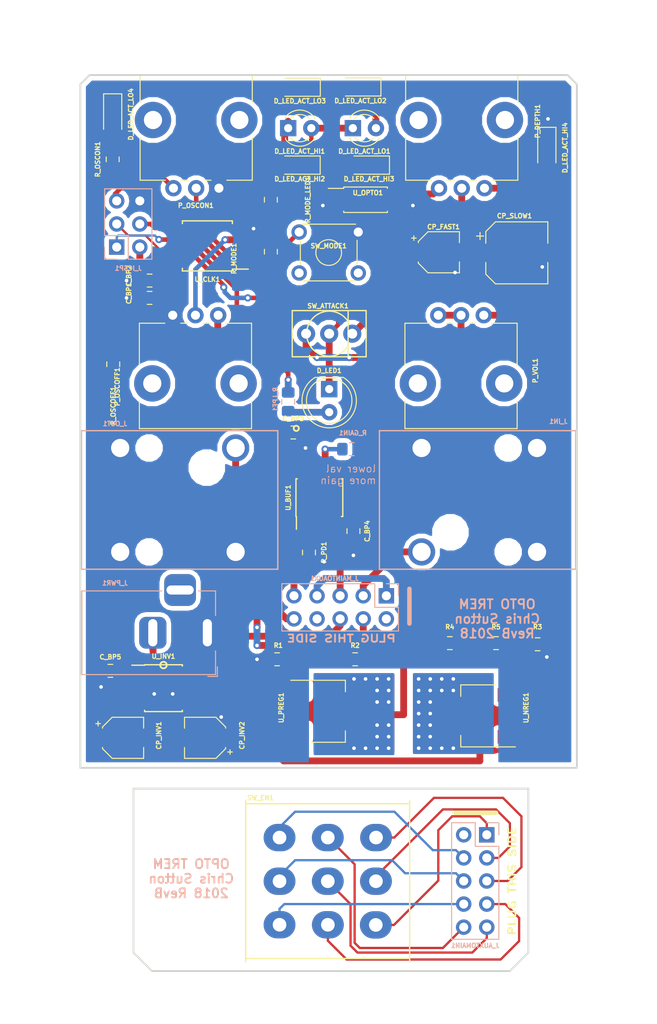
<source format=kicad_pcb>
(kicad_pcb (version 20171130) (host pcbnew "(5.0.0-3-g5ebb6b6)")
  (title_block (comment 1 https://www.hammfg.com/files/parts/pdf/1590B.pdf))
  (layers (0 F.Cu signal) (31 B.Cu signal) (34 B.Paste user) (35 F.Paste user) (36 B.SilkS user) (37 F.SilkS user) (38 B.Mask user) (39 F.Mask user) (44 Edge.Cuts user))
  (net 0 "")
  (net 1 -9V)
  (net 2 /3PDT_8_EXT)
  (net 3 +5V)
  (net 4 -5V)
  (net 5 +9V)
  (net 6 /3PDT_2_EXT)
  (net 7 /3PDT_4_EXT)
  (net 8 /3PDT_3_EXT)
  (net 9 /3PDT_5_EXT)
  (net 10 /3PDT_6_EXT)
  (net 11 "Net-(P_DEPTH1-Pad2)")
  (net 12 "Net-(P_DEPTH1-Pad1)")
  (net 13 "Net-(P_VOL1-Pad1)")
  (net 14 "Net-(R1-Pad1)")
  (net 15 "Net-(R3-Pad1)")
  (net 16 "Net-(R4-Pad1)")
  (net 17 "Net-(CP_INV1-Pad2)")
  (net 18 "Net-(CP_INV1-Pad1)")
  (net 19 "Net-(P_OSCOFF1-Pad3)")
  (net 20 /GND)
  (net 21 "Net-(CP_FAST1-Pad1)")
  (net 22 "Net-(CP_SLOW1-Pad1)")
  (net 23 "Net-(D_LED_ACT_HI1-Pad2)")
  (net 24 "Net-(D_LED_ACT_HI1-Pad1)")
  (net 25 "Net-(D_LED_ACT_HI2-Pad1)")
  (net 26 "Net-(D_LED_ACT_LO1-Pad2)")
  (net 27 "Net-(D_LED_ACT_LO2-Pad2)")
  (net 28 /Atomizer_3PDT/3PDT_9_INT)
  (net 29 /Atomizer_3PDT/3PDT_8_INT)
  (net 30 /Atomizer_3PDT/3PDT_7_INT)
  (net 31 /Atomizer_3PDT/3PDT_6_INT)
  (net 32 /Atomizer_3PDT/3PDT_5_INT)
  (net 33 /Atomizer_3PDT/3PDT_4_INT)
  (net 34 /Atomizer_3PDT/3PDT_3_INT)
  (net 35 /Atomizer_3PDT/3PDT_2_INT)
  (net 36 /Atomizer_3PDT/3PDT_1_INT)
  (net 37 /Atomizer_Clock/CLK_OUT)
  (net 38 /Atomizer_Clock/FREQ_ADJ_OFF_PIN)
  (net 39 "Net-(P_OSCON1-Pad3)")
  (net 40 /Atomizer_Clock/FREQ_ADJ_ON_PIN)
  (net 41 /Atomizer_Clock/CLK_OUT_PIN)
  (net 42 /Atomizer_Clock/MODE_BTN_PIN)
  (net 43 "Net-(R_MODE1-Pad2)")
  (net 44 /Atomizer_Clock/MODE_LED_PIN)
  (net 45 /Atomizer_Clock/RESET)
  (net 46 "Net-(D_LED1-Pad1)")
  (net 47 "Net-(D_LED1-Pad2)")
  (net 48 "Net-(D_LED_ACT_HI3-Pad1)")
  (net 49 "Net-(D_LED_ACT_LO3-Pad2)")
  (module Package_SO:SOIJ-8_5.3x5.3mm_P1.27mm (layer F.Cu) (at 67.31 90.17 180)
    (fp_text reference U_CLK1 (at 0 -3.68 180) (layer F.SilkS) (effects (font (size 0.5 0.5) (thickness 0.125))))
    (fp_text value ATtiny85-20SU)
    (pad 1 smd rect (at -3.65 -1.905 180) (size 1.7 0.65) (layers F.Cu F.Paste F.Mask) (net 45 /Atomizer_Clock/RESET))
    (pad 2 smd rect (at -3.65 -0.635 180) (size 1.7 0.65) (layers F.Cu F.Paste F.Mask) (net 40 /Atomizer_Clock/FREQ_ADJ_ON_PIN))
    (pad 3 smd rect (at -3.65 0.635 180) (size 1.7 0.65) (layers F.Cu F.Paste F.Mask) (net 38 /Atomizer_Clock/FREQ_ADJ_OFF_PIN))
    (pad 4 smd rect (at -3.65 1.905 180) (size 1.7 0.65) (layers F.Cu F.Paste F.Mask) (net 20 /GND))
    (pad 5 smd rect (at 3.65 1.905 180) (size 1.7 0.65) (layers F.Cu F.Paste F.Mask) (net 42 /Atomizer_Clock/MODE_BTN_PIN))
    (pad 6 smd rect (at 3.65 0.635 180) (size 1.7 0.65) (layers F.Cu F.Paste F.Mask) (net 41 /Atomizer_Clock/CLK_OUT_PIN))
    (pad 7 smd rect (at 3.65 -0.635 180) (size 1.7 0.65) (layers F.Cu F.Paste F.Mask) (net 44 /Atomizer_Clock/MODE_LED_PIN))
    (pad 8 smd rect (at 3.65 -1.905 180) (size 1.7 0.65) (layers F.Cu F.Paste F.Mask) (net 2 /3PDT_8_EXT))
  )
  (module Potentiometer_THT:Potentiometer_Alps_RK09L_Single_Vertical (layer F.Cu) (at 92.71 97.79 270)
    (fp_text reference P_VOL1 (at 6.096 -10.668 90) (layer F.SilkS) (effects (font (size 0.5 0.5) (thickness 0.125))))
    (fp_text value B10K)
    (pad "" np_thru_hole circle (at 7.5 2.25 270) (size 4 4) (drill 2) (layers *.Cu *.Mask))
    (pad "" np_thru_hole circle (at 7.5 -7.25 270) (size 4 4) (drill 2) (layers *.Cu *.Mask))
    (pad 1 thru_hole circle (at 0 0 270) (size 1.8 1.8) (drill 1) (layers *.Cu *.Mask) (net 13 "Net-(P_VOL1-Pad1)"))
    (pad 2 thru_hole circle (at 0 -2.5 270) (size 1.8 1.8) (drill 1) (layers *.Cu *.Mask) (net 13 "Net-(P_VOL1-Pad1)"))
    (pad 3 thru_hole circle (at 0 -5 270) (size 1.8 1.8) (drill 1) (layers *.Cu *.Mask) (net 10 /3PDT_6_EXT))
  )
  (module Potentiometer_THT:Potentiometer_Alps_RK09L_Single_Vertical (layer F.Cu) (at 68.58 83.82 90)
    (fp_text reference P_OSCON1 (at -1.905 -2.54 180) (layer F.SilkS) (effects (font (size 0.5 0.5) (thickness 0.125))))
    (fp_text value B10K)
    (pad 3 thru_hole circle (at 0 -5 90) (size 1.8 1.8) (drill 1) (layers *.Cu *.Mask) (net 39 "Net-(P_OSCON1-Pad3)"))
    (pad 2 thru_hole circle (at 0 -2.5 90) (size 1.8 1.8) (drill 1) (layers *.Cu *.Mask) (net 40 /Atomizer_Clock/FREQ_ADJ_ON_PIN))
    (pad 1 thru_hole circle (at 0 0 90) (size 1.8 1.8) (drill 1) (layers *.Cu *.Mask) (net 20 /GND))
    (pad "" np_thru_hole circle (at 7.5 -7.25 90) (size 4 4) (drill 2) (layers *.Cu *.Mask))
    (pad "" np_thru_hole circle (at 7.5 2.25 90) (size 4 4) (drill 2) (layers *.Cu *.Mask))
  )
  (module CustomHeaders:IDCHeader_02x05_P2.54mm_Vertical_Counter_Clockwise (layer B.Cu) (at 98.044 154.94 180)
    (fp_text reference J_AUXTOMAIN1 (at 1.27 -12.192 180) (layer B.SilkS) (effects (font (size 0.5 0.5) (thickness 0.125)) (justify mirror)))
    (fp_text value Conn_02x05_Counter_Clockwise)
    (pad 10 thru_hole oval (at 2.54 0 180) (size 1.7 1.7) (drill 1) (layers *.Cu *.Mask))
    (pad 9 thru_hole oval (at 2.54 -2.54 180) (size 1.7 1.7) (drill 1) (layers *.Cu *.Mask) (net 28 /Atomizer_3PDT/3PDT_9_INT))
    (pad 8 thru_hole oval (at 2.54 -5.08 180) (size 1.7 1.7) (drill 1) (layers *.Cu *.Mask) (net 29 /Atomizer_3PDT/3PDT_8_INT))
    (pad 7 thru_hole oval (at 2.54 -7.62 180) (size 1.7 1.7) (drill 1) (layers *.Cu *.Mask) (net 30 /Atomizer_3PDT/3PDT_7_INT))
    (pad 6 thru_hole oval (at 2.54 -10.16 180) (size 1.7 1.7) (drill 1) (layers *.Cu *.Mask) (net 31 /Atomizer_3PDT/3PDT_6_INT))
    (pad 5 thru_hole oval (at 0 -10.16 180) (size 1.7 1.7) (drill 1) (layers *.Cu *.Mask) (net 32 /Atomizer_3PDT/3PDT_5_INT))
    (pad 4 thru_hole oval (at 0 -7.62 180) (size 1.7 1.7) (drill 1) (layers *.Cu *.Mask) (net 33 /Atomizer_3PDT/3PDT_4_INT))
    (pad 3 thru_hole oval (at 0 -5.08 180) (size 1.7 1.7) (drill 1) (layers *.Cu *.Mask) (net 34 /Atomizer_3PDT/3PDT_3_INT))
    (pad 2 thru_hole oval (at 0 -2.54 180) (size 1.7 1.7) (drill 1) (layers *.Cu *.Mask) (net 35 /Atomizer_3PDT/3PDT_2_INT))
    (pad 1 thru_hole rect (at 0 0 180) (size 1.7 1.7) (drill 1) (layers *.Cu *.Mask) (net 36 /Atomizer_3PDT/3PDT_1_INT))
  )
  (module Resistor_SMD:R_0805_2012Metric_Pad1.15x1.40mm_HandSolder (layer B.Cu) (at 76.2 107.315 90)
    (fp_text reference R_LPF1 (at 0.254 -1.397 -90) (layer B.SilkS) (effects (font (size 0.5 0.5) (thickness 0.125)) (justify mirror)))
    (fp_text value 1K)
    (pad 2 smd roundrect (at 1.025 0 90) (size 1.15 1.4) (layers B.Cu B.Paste B.Mask) (roundrect_rratio 0.217391) (net 41 /Atomizer_Clock/CLK_OUT_PIN))
    (pad 1 smd roundrect (at -1.025 0 90) (size 1.15 1.4) (layers B.Cu B.Paste B.Mask) (roundrect_rratio 0.217391) (net 47 "Net-(D_LED1-Pad2)"))
  )
  (module custom_sw:SW_3PDT_W18MM_L17.3MM_P5.3MM_D2MM (layer F.Cu) (at 80.5434 160.0327 180)
    (fp_text reference SW_EN1 (at 7.3914 9.1567 180) (layer F.SilkS) (effects (font (size 0.5 0.5) (thickness 0.125))))
    (fp_text value SW_3PDT_on_on)
    (pad 1 thru_hole oval (at -5.29336 -4.81838 180) (size 3.5 3) (drill 1.5) (layers *.Cu *.Mask) (net 36 /Atomizer_3PDT/3PDT_1_INT))
    (pad 4 thru_hole oval (at -0.02032 -4.80568 180) (size 3.5 3) (drill 1.5) (layers *.Cu *.Mask) (net 33 /Atomizer_3PDT/3PDT_4_INT))
    (pad 7 thru_hole oval (at 5.2959 -4.8006 180) (size 3.5 3) (drill 1.5) (layers *.Cu *.Mask) (net 30 /Atomizer_3PDT/3PDT_7_INT))
    (pad 2 thru_hole oval (at -5.3086 -0.0127 180) (size 3.5 3) (drill 1.5) (layers *.Cu *.Mask) (net 35 /Atomizer_3PDT/3PDT_2_INT))
    (pad 5 thru_hole oval (at -0.0127 -0.0127 180) (size 3.5 3) (drill 1.5) (layers *.Cu *.Mask) (net 32 /Atomizer_3PDT/3PDT_5_INT))
    (pad 8 thru_hole oval (at 5.2959 -0.0127 180) (size 3.5 3) (drill 1.5) (layers *.Cu *.Mask) (net 29 /Atomizer_3PDT/3PDT_8_INT))
    (pad 3 thru_hole oval (at -5.3213 4.7879 180) (size 3.5 3) (drill 1.5) (layers *.Cu *.Mask) (net 34 /Atomizer_3PDT/3PDT_3_INT))
    (pad 6 thru_hole oval (at -0.0127 4.7879 180) (size 3.5 3) (drill 1.5) (layers *.Cu *.Mask) (net 31 /Atomizer_3PDT/3PDT_6_INT))
    (pad 9 thru_hole oval (at 5.2959 4.7879 180) (size 3.5 3) (drill 1.5) (layers *.Cu *.Mask) (net 28 /Atomizer_3PDT/3PDT_9_INT))
  )
  (module Resistor_SMD:R_0805_2012Metric_Pad1.15x1.40mm_HandSolder (layer B.Cu) (at 83.185 112.522)
    (fp_text reference R_GAIN1 (at 0.127 -1.778) (layer B.SilkS) (effects (font (size 0.5 0.5) (thickness 0.125)) (justify mirror)))
    (fp_text value 2K7)
    (pad 1 smd roundrect (at -1.025 0) (size 1.15 1.4) (layers B.Cu B.Paste B.Mask) (roundrect_rratio 0.217391) (net 13 "Net-(P_VOL1-Pad1)"))
    (pad 2 smd roundrect (at 1.025 0) (size 1.15 1.4) (layers B.Cu B.Paste B.Mask) (roundrect_rratio 0.217391) (net 20 /GND))
  )
  (module LED_THT:LED_D5.0mm (layer F.Cu) (at 80.708741 105.918 270)
    (fp_text reference D_LED1 (at -2.032 0 180) (layer F.SilkS) (effects (font (size 0.5 0.5) (thickness 0.125))))
    (fp_text value LED)
    (pad 1 thru_hole rect (at 0 0 270) (size 1.8 1.8) (drill 0.9) (layers *.Cu *.Mask) (net 46 "Net-(D_LED1-Pad1)"))
    (pad 2 thru_hole circle (at 2.54 0 270) (size 1.8 1.8) (drill 0.9) (layers *.Cu *.Mask) (net 47 "Net-(D_LED1-Pad2)"))
  )
  (module Package_TO_SOT_SMD:SOT-223-3_TabPin2 (layer F.Cu) (at 97.0915 141.859 180)
    (fp_text reference U_NREG1 (at -5.2705 0.889 90) (layer F.SilkS) (effects (font (size 0.5 0.5) (thickness 0.125))))
    (fp_text value LM337_SOT223)
    (pad 1 smd rect (at -3.15 -2.3 180) (size 2 1.5) (layers F.Cu F.Paste F.Mask) (net 15 "Net-(R3-Pad1)"))
    (pad 3 smd rect (at -3.15 2.3 180) (size 2 1.5) (layers F.Cu F.Paste F.Mask) (net 4 -5V))
    (pad 2 smd rect (at -3.15 0 180) (size 2 1.5) (layers F.Cu F.Paste F.Mask) (net 1 -9V))
    (pad 2 smd rect (at 3.15 0 180) (size 2 3.8) (layers F.Cu F.Paste F.Mask) (net 1 -9V))
  )
  (module Capacitor_SMD:C_0805_2012Metric_Pad1.15x1.40mm_HandSolder (layer F.Cu) (at 60.96 95.885 180)
    (fp_text reference C_BP1 (at 2.286 0.508 270) (layer F.SilkS) (effects (font (size 0.5 0.5) (thickness 0.125))))
    (fp_text value 100nF)
    (pad 1 smd roundrect (at -1.025 0 180) (size 1.15 1.4) (layers F.Cu F.Paste F.Mask) (roundrect_rratio 0.217391) (net 2 /3PDT_8_EXT))
    (pad 2 smd roundrect (at 1.025 0 180) (size 1.15 1.4) (layers F.Cu F.Paste F.Mask) (roundrect_rratio 0.217391) (net 20 /GND))
  )
  (module Capacitor_SMD:C_0805_2012Metric_Pad1.15x1.40mm_HandSolder (layer F.Cu) (at 76.762 110.69 180)
    (fp_text reference C_BP3 (at 0 1.524 180) (layer F.SilkS) (effects (font (size 0.5 0.5) (thickness 0.125))))
    (fp_text value 100nF)
    (pad 2 smd roundrect (at 1.025 0 180) (size 1.15 1.4) (layers F.Cu F.Paste F.Mask) (roundrect_rratio 0.217391) (net 3 +5V))
    (pad 1 smd roundrect (at -1.025 0 180) (size 1.15 1.4) (layers F.Cu F.Paste F.Mask) (roundrect_rratio 0.217391) (net 20 /GND))
  )
  (module Capacitor_SMD:C_0805_2012Metric_Pad1.15x1.40mm_HandSolder (layer F.Cu) (at 83.3755 121.539 270)
    (fp_text reference C_BP4 (at 0 -1.524 270) (layer F.SilkS) (effects (font (size 0.5 0.5) (thickness 0.125))))
    (fp_text value 100nF)
    (pad 2 smd roundrect (at 1.025 0 270) (size 1.15 1.4) (layers F.Cu F.Paste F.Mask) (roundrect_rratio 0.217391) (net 20 /GND))
    (pad 1 smd roundrect (at -1.025 0 270) (size 1.15 1.4) (layers F.Cu F.Paste F.Mask) (roundrect_rratio 0.217391) (net 4 -5V))
  )
  (module Capacitor_SMD:C_0805_2012Metric_Pad1.15x1.40mm_HandSolder (layer F.Cu) (at 56.642 136.906)
    (fp_text reference C_BP5 (at 0 -1.524) (layer F.SilkS) (effects (font (size 0.5 0.5) (thickness 0.125))))
    (fp_text value 100nF)
    (pad 1 smd roundrect (at -1.025 0) (size 1.15 1.4) (layers F.Cu F.Paste F.Mask) (roundrect_rratio 0.217391) (net 20 /GND))
    (pad 2 smd roundrect (at 1.025 0) (size 1.15 1.4) (layers F.Cu F.Paste F.Mask) (roundrect_rratio 0.217391) (net 5 +9V))
  )
  (module custom_sockets:6_35MM_JACK_MONO_FlatTop (layer B.Cu) (at 97.028 118.11)
    (fp_text reference J_IN1 (at 8.89 -8.636) (layer B.SilkS) (effects (font (size 0.5 0.5) (thickness 0.125)) (justify mirror)))
    (fp_text value JACK__MONO_2P_NC)
    (pad "" np_thru_hole circle (at 3.3655 -5.715) (size 2 2) (drill 2) (layers *.Cu *.Mask))
    (pad "" np_thru_hole circle (at 3.3655 5.715) (size 2 2) (drill 2) (layers *.Cu *.Mask))
    (pad "" np_thru_hole circle (at -2.9845 3.556) (size 3 3) (drill 3) (layers *.Cu *.Mask))
    (pad 4 thru_hole circle (at 6.5405 5.715) (size 3 3) (drill 2) (layers *.Cu *.Mask) (net 20 /GND))
    (pad 3 thru_hole circle (at 6.5405 -5.715) (size 3 3) (drill 2) (layers *.Cu *.Mask) (net 20 /GND))
    (pad 2 thru_hole circle (at -6.1595 -5.715) (size 3 3) (drill 2) (layers *.Cu *.Mask) (net 20 /GND))
    (pad 1 thru_hole circle (at -6.1595 5.715) (size 3 3) (drill 2) (layers *.Cu *.Mask) (net 6 /3PDT_2_EXT))
  )
  (module Connector_BarrelJack:BarrelJack_Horizontal (layer B.Cu) (at 67.31 132.715)
    (fp_text reference J_PWR1 (at -10.16 -5.461) (layer B.SilkS) (effects (font (size 0.5 0.5) (thickness 0.125)) (justify mirror)))
    (fp_text value Jack-DC)
    (pad 1 thru_hole rect (at 0 0) (size 3.5 3.5) (drill oval 1 3) (layers *.Cu *.Mask) (net 20 /GND))
    (pad 2 thru_hole roundrect (at -6 0) (size 3 3.5) (drill oval 1 3) (layers *.Cu *.Mask) (net 5 +9V))
    (pad 3 thru_hole roundrect (at -3 -4.7) (size 3.5 3.5) (drill oval 3 1) (layers *.Cu *.Mask))
  )
  (module Potentiometer_THT:Potentiometer_Alps_RK09L_Single_Vertical (layer F.Cu) (at 97.79 83.82 90)
    (fp_text reference P_DEPTH1 (at 7.366 5.842 270) (layer F.SilkS) (effects (font (size 0.5 0.5) (thickness 0.125))))
    (fp_text value B50k)
    (pad 3 thru_hole circle (at 0 -5 90) (size 1.8 1.8) (drill 1) (layers *.Cu *.Mask) (net 37 /Atomizer_Clock/CLK_OUT))
    (pad 2 thru_hole circle (at 0 -2.5 90) (size 1.8 1.8) (drill 1) (layers *.Cu *.Mask) (net 11 "Net-(P_DEPTH1-Pad2)"))
    (pad 1 thru_hole circle (at 0 0 90) (size 1.8 1.8) (drill 1) (layers *.Cu *.Mask) (net 12 "Net-(P_DEPTH1-Pad1)"))
    (pad "" np_thru_hole circle (at 7.5 -7.25 90) (size 4 4) (drill 2) (layers *.Cu *.Mask))
    (pad "" np_thru_hole circle (at 7.5 2.25 90) (size 4 4) (drill 2) (layers *.Cu *.Mask))
  )
  (module Resistor_SMD:R_0805_2012Metric_Pad1.15x1.40mm_HandSolder (layer F.Cu) (at 74.9808 135.636 180)
    (fp_text reference R1 (at -0.127 1.524) (layer F.SilkS) (effects (font (size 0.5 0.5) (thickness 0.125))))
    (fp_text value 1K)
    (pad 2 smd roundrect (at 1.025 0 180) (size 1.15 1.4) (layers F.Cu F.Paste F.Mask) (roundrect_rratio 0.217391) (net 20 /GND))
    (pad 1 smd roundrect (at -1.025 0 180) (size 1.15 1.4) (layers F.Cu F.Paste F.Mask) (roundrect_rratio 0.217391) (net 14 "Net-(R1-Pad1)"))
  )
  (module Resistor_SMD:R_0805_2012Metric_Pad1.15x1.40mm_HandSolder (layer F.Cu) (at 83.566 135.636 180)
    (fp_text reference R2 (at 0 1.524) (layer F.SilkS) (effects (font (size 0.5 0.5) (thickness 0.125))))
    (fp_text value 330R)
    (pad 1 smd roundrect (at -1.025 0 180) (size 1.15 1.4) (layers F.Cu F.Paste F.Mask) (roundrect_rratio 0.217391) (net 3 +5V))
    (pad 2 smd roundrect (at 1.025 0 180) (size 1.15 1.4) (layers F.Cu F.Paste F.Mask) (roundrect_rratio 0.217391) (net 14 "Net-(R1-Pad1)"))
  )
  (module Resistor_SMD:R_0805_2012Metric_Pad1.15x1.40mm_HandSolder (layer F.Cu) (at 103.632 133.985)
    (fp_text reference R3 (at 0 -1.905) (layer F.SilkS) (effects (font (size 0.5 0.5) (thickness 0.125))))
    (fp_text value 1K)
    (pad 1 smd roundrect (at -1.025 0) (size 1.15 1.4) (layers F.Cu F.Paste F.Mask) (roundrect_rratio 0.217391) (net 15 "Net-(R3-Pad1)"))
    (pad 2 smd roundrect (at 1.025 0) (size 1.15 1.4) (layers F.Cu F.Paste F.Mask) (roundrect_rratio 0.217391) (net 20 /GND))
  )
  (module Resistor_SMD:R_0805_2012Metric_Pad1.15x1.40mm_HandSolder (layer F.Cu) (at 93.98 133.858 180)
    (fp_text reference R4 (at 0 1.778 180) (layer F.SilkS) (effects (font (size 0.5 0.5) (thickness 0.125))))
    (fp_text value 270R)
    (pad 1 smd roundrect (at -1.025 0 180) (size 1.15 1.4) (layers F.Cu F.Paste F.Mask) (roundrect_rratio 0.217391) (net 16 "Net-(R4-Pad1)"))
    (pad 2 smd roundrect (at 1.025 0 180) (size 1.15 1.4) (layers F.Cu F.Paste F.Mask) (roundrect_rratio 0.217391) (net 4 -5V))
  )
  (module Resistor_SMD:R_0805_2012Metric_Pad1.15x1.40mm_HandSolder (layer F.Cu) (at 99.06 133.858)
    (fp_text reference R5 (at 0 -1.778) (layer F.SilkS) (effects (font (size 0.5 0.5) (thickness 0.125))))
    (fp_text value 47R)
    (pad 2 smd roundrect (at 1.025 0) (size 1.15 1.4) (layers F.Cu F.Paste F.Mask) (roundrect_rratio 0.217391) (net 15 "Net-(R3-Pad1)"))
    (pad 1 smd roundrect (at -1.025 0) (size 1.15 1.4) (layers F.Cu F.Paste F.Mask) (roundrect_rratio 0.217391) (net 16 "Net-(R4-Pad1)"))
  )
  (module Package_SO:SOIC-8_3.9x4.9mm_P1.27mm (layer F.Cu) (at 79.629 117.856 90)
    (fp_text reference U_BUF1 (at 0 -3.429 270) (layer F.SilkS) (effects (font (size 0.5 0.5) (thickness 0.125))))
    (fp_text value TL072)
    (pad 8 smd rect (at 2.7 -1.905 90) (size 1.55 0.6) (layers F.Cu F.Paste F.Mask) (net 3 +5V))
    (pad 7 smd rect (at 2.7 -0.635 90) (size 1.55 0.6) (layers F.Cu F.Paste F.Mask) (net 10 /3PDT_6_EXT))
    (pad 6 smd rect (at 2.7 0.635 90) (size 1.55 0.6) (layers F.Cu F.Paste F.Mask) (net 13 "Net-(P_VOL1-Pad1)"))
    (pad 5 smd rect (at 2.7 1.905 90) (size 1.55 0.6) (layers F.Cu F.Paste F.Mask) (net 11 "Net-(P_DEPTH1-Pad2)"))
    (pad 4 smd rect (at -2.7 1.905 90) (size 1.55 0.6) (layers F.Cu F.Paste F.Mask) (net 4 -5V))
    (pad 3 smd rect (at -2.7 0.635 90) (size 1.55 0.6) (layers F.Cu F.Paste F.Mask) (net 8 /3PDT_3_EXT))
    (pad 2 smd rect (at -2.7 -0.635 90) (size 1.55 0.6) (layers F.Cu F.Paste F.Mask) (net 12 "Net-(P_DEPTH1-Pad1)"))
    (pad 1 smd rect (at -2.7 -1.905 90) (size 1.55 0.6) (layers F.Cu F.Paste F.Mask) (net 12 "Net-(P_DEPTH1-Pad1)"))
  )
  (module Package_TO_SOT_SMD:SOT-223-3_TabPin2 (layer F.Cu) (at 80.5815 141.351)
    (fp_text reference U_PREG1 (at -5.1435 -0.381 90) (layer F.SilkS) (effects (font (size 0.5 0.5) (thickness 0.125))))
    (fp_text value LM317_3PinPackage)
    (pad 2 smd rect (at 3.15 0) (size 2 3.8) (layers F.Cu F.Paste F.Mask) (net 3 +5V))
    (pad 2 smd rect (at -3.15 0) (size 2 1.5) (layers F.Cu F.Paste F.Mask) (net 3 +5V))
    (pad 3 smd rect (at -3.15 2.3) (size 2 1.5) (layers F.Cu F.Paste F.Mask) (net 5 +9V))
    (pad 1 smd rect (at -3.15 -2.3) (size 2 1.5) (layers F.Cu F.Paste F.Mask) (net 14 "Net-(R1-Pad1)"))
  )
  (module Capacitor_SMD:CP_Elec_4x5.4 (layer F.Cu) (at 58.039 144.272)
    (fp_text reference CP_INV1 (at 3.937 -0.254 -90) (layer F.SilkS) (effects (font (size 0.5 0.5) (thickness 0.125))))
    (fp_text value 10uF)
    (pad 2 smd rect (at 1.8 0) (size 2.6 1.6) (layers F.Cu F.Paste F.Mask) (net 17 "Net-(CP_INV1-Pad2)"))
    (pad 1 smd rect (at -1.8 0) (size 2.6 1.6) (layers F.Cu F.Paste F.Mask) (net 18 "Net-(CP_INV1-Pad1)"))
  )
  (module Capacitor_SMD:CP_Elec_4x5.4 (layer F.Cu) (at 67.056 144.272 180)
    (fp_text reference CP_INV2 (at -4.064 0.254 270) (layer F.SilkS) (effects (font (size 0.5 0.5) (thickness 0.125))))
    (fp_text value 10uF)
    (pad 1 smd rect (at -1.8 0 180) (size 2.6 1.6) (layers F.Cu F.Paste F.Mask) (net 20 /GND))
    (pad 2 smd rect (at 1.8 0 180) (size 2.6 1.6) (layers F.Cu F.Paste F.Mask) (net 1 -9V))
  )
  (module Resistor_SMD:R_0805_2012Metric_Pad1.15x1.40mm_HandSolder (layer F.Cu) (at 56.9595 103.1875 270)
    (fp_text reference R_OSCOFF1 (at 4.572 0 270) (layer F.SilkS) (effects (font (size 0.5 0.5) (thickness 0.125))))
    (fp_text value 1K)
    (pad 2 smd roundrect (at 1.025 0 270) (size 1.15 1.4) (layers F.Cu F.Paste F.Mask) (roundrect_rratio 0.217391) (net 2 /3PDT_8_EXT))
    (pad 1 smd roundrect (at -1.025 0 270) (size 1.15 1.4) (layers F.Cu F.Paste F.Mask) (roundrect_rratio 0.217391) (net 19 "Net-(P_OSCOFF1-Pad3)"))
  )
  (module Resistor_SMD:R_0805_2012Metric_Pad1.15x1.40mm_HandSolder (layer F.Cu) (at 56.896 80.645 90)
    (fp_text reference R_OSCON1 (at 0 -1.65 90) (layer F.SilkS) (effects (font (size 0.5 0.5) (thickness 0.125))))
    (fp_text value 1K)
    (pad 1 smd roundrect (at -1.025 0 90) (size 1.15 1.4) (layers F.Cu F.Paste F.Mask) (roundrect_rratio 0.217391) (net 39 "Net-(P_OSCON1-Pad3)"))
    (pad 2 smd roundrect (at 1.025 0 90) (size 1.15 1.4) (layers F.Cu F.Paste F.Mask) (roundrect_rratio 0.217391) (net 2 /3PDT_8_EXT))
  )
  (module Potentiometer_THT:Potentiometer_Alps_RK09L_Single_Vertical (layer F.Cu) (at 63.5 97.79 270)
    (fp_text reference P_OSCOFF1 (at 7.874 6.096 90) (layer F.SilkS) (effects (font (size 0.5 0.5) (thickness 0.125))))
    (fp_text value B10K)
    (pad "" np_thru_hole circle (at 7.5 2.25 270) (size 4 4) (drill 2) (layers *.Cu *.Mask))
    (pad "" np_thru_hole circle (at 7.5 -7.25 270) (size 4 4) (drill 2) (layers *.Cu *.Mask))
    (pad 1 thru_hole circle (at 0 0 270) (size 1.8 1.8) (drill 1) (layers *.Cu *.Mask) (net 20 /GND))
    (pad 2 thru_hole circle (at 0 -2.5 270) (size 1.8 1.8) (drill 1) (layers *.Cu *.Mask) (net 38 /Atomizer_Clock/FREQ_ADJ_OFF_PIN))
    (pad 3 thru_hole circle (at 0 -5 270) (size 1.8 1.8) (drill 1) (layers *.Cu *.Mask) (net 19 "Net-(P_OSCOFF1-Pad3)"))
  )
  (module Package_SO:SOIC-8_3.9x4.9mm_P1.27mm (layer F.Cu) (at 62.484 138.811)
    (fp_text reference U_INV1 (at 0 -3.5) (layer F.SilkS) (effects (font (size 0.5 0.5) (thickness 0.125))))
    (fp_text value TC7662Bx0A)
    (pad 8 smd rect (at 2.7 -1.905) (size 1.55 0.6) (layers F.Cu F.Paste F.Mask) (net 5 +9V))
    (pad 7 smd rect (at 2.7 -0.635) (size 1.55 0.6) (layers F.Cu F.Paste F.Mask))
    (pad 6 smd rect (at 2.7 0.635) (size 1.55 0.6) (layers F.Cu F.Paste F.Mask) (net 20 /GND))
    (pad 5 smd rect (at 2.7 1.905) (size 1.55 0.6) (layers F.Cu F.Paste F.Mask) (net 1 -9V))
    (pad 4 smd rect (at -2.7 1.905) (size 1.55 0.6) (layers F.Cu F.Paste F.Mask) (net 17 "Net-(CP_INV1-Pad2)"))
    (pad 3 smd rect (at -2.7 0.635) (size 1.55 0.6) (layers F.Cu F.Paste F.Mask) (net 20 /GND))
    (pad 2 smd rect (at -2.7 -0.635) (size 1.55 0.6) (layers F.Cu F.Paste F.Mask) (net 18 "Net-(CP_INV1-Pad1)"))
    (pad 1 smd rect (at -2.7 -1.905) (size 1.55 0.6) (layers F.Cu F.Paste F.Mask) (net 5 +9V))
  )
  (module Package_SO:SO-4_4.4x2.3mm_P1.27mm (layer F.Cu) (at 84.709 85.09)
    (fp_text reference U_OPTO1 (at 0.254 -0.762) (layer F.SilkS) (effects (font (size 0.5 0.5) (thickness 0.125))))
    (fp_text value ACPL-217)
    (pad 4 smd rect (at 3.15 -0.635) (size 2 0.64) (layers F.Cu F.Paste F.Mask) (net 37 /Atomizer_Clock/CLK_OUT))
    (pad 3 smd rect (at 3.15 0.635) (size 2 0.64) (layers F.Cu F.Paste F.Mask) (net 20 /GND))
    (pad 2 smd rect (at -3.15 0.635) (size 2 0.64) (layers F.Cu F.Paste F.Mask) (net 20 /GND))
    (pad 1 smd rect (at -3.15 -0.635) (size 2 0.64) (layers F.Cu F.Paste F.Mask) (net 46 "Net-(D_LED1-Pad1)"))
  )
  (module custom_sockets:6_35MM_JACK_MONO_FlatTop (layer B.Cu) (at 64.262 118.11 180)
    (fp_text reference J_OUT1 (at 7.112 8.382 180) (layer B.SilkS) (effects (font (size 0.5 0.5) (thickness 0.125)) (justify mirror)))
    (fp_text value JACK__MONO_2P_NC)
    (pad 1 thru_hole circle (at -6.1595 5.715 180) (size 3 3) (drill 2) (layers *.Cu *.Mask) (net 9 /3PDT_5_EXT))
    (pad 2 thru_hole circle (at -6.1595 -5.715 180) (size 3 3) (drill 2) (layers *.Cu *.Mask) (net 20 /GND))
    (pad 3 thru_hole circle (at 6.5405 -5.715 180) (size 3 3) (drill 2) (layers *.Cu *.Mask) (net 20 /GND))
    (pad 4 thru_hole circle (at 6.5405 5.715 180) (size 3 3) (drill 2) (layers *.Cu *.Mask) (net 20 /GND))
    (pad "" np_thru_hole circle (at -2.9845 3.556 180) (size 3 3) (drill 3) (layers *.Cu *.Mask))
    (pad "" np_thru_hole circle (at 3.3655 5.715 180) (size 2 2) (drill 2) (layers *.Cu *.Mask))
    (pad "" np_thru_hole circle (at 3.3655 -5.715 180) (size 2 2) (drill 2) (layers *.Cu *.Mask))
  )
  (module Capacitor_SMD:CP_Elec_4x5.4 (layer F.Cu) (at 92.7735 90.8685)
    (fp_text reference CP_FAST1 (at 0.508 -2.794) (layer F.SilkS) (effects (font (size 0.5 0.5) (thickness 0.125))))
    (fp_text value 22uF)
    (pad 1 smd rect (at -1.8 0) (size 2.6 1.6) (layers F.Cu F.Paste F.Mask) (net 21 "Net-(CP_FAST1-Pad1)"))
    (pad 2 smd rect (at 1.8 0) (size 2.6 1.6) (layers F.Cu F.Paste F.Mask) (net 20 /GND))
  )
  (module Capacitor_SMD:CP_Elec_6.3x5.4 (layer F.Cu) (at 101.346 90.932)
    (fp_text reference CP_SLOW1 (at -0.254 -4.064) (layer F.SilkS) (effects (font (size 0.5 0.5) (thickness 0.125))))
    (fp_text value 220uF)
    (pad 1 smd rect (at -2.8 0) (size 3.5 1.6) (layers F.Cu F.Paste F.Mask) (net 22 "Net-(CP_SLOW1-Pad1)"))
    (pad 2 smd rect (at 2.8 0) (size 3.5 1.6) (layers F.Cu F.Paste F.Mask) (net 20 /GND))
  )
  (module DailywellSwitches:Dailywell_SPDT (layer F.Cu) (at 80.708741 99.822 270)
    (fp_text reference SW_ATTACK1 (at -3.048 0.127) (layer F.SilkS) (effects (font (size 0.5 0.5) (thickness 0.125))))
    (fp_text value SW_SPDT)
    (pad 2 thru_hole circle (at 0 0 270) (size 2 2) (drill 1.09) (layers *.Cu *.Mask) (net 46 "Net-(D_LED1-Pad1)"))
    (pad 3 thru_hole circle (at 0 -2.54 270) (size 2 2) (drill 1.09) (layers *.Cu *.Mask) (net 22 "Net-(CP_SLOW1-Pad1)"))
    (pad 1 thru_hole circle (at 0 2.54 270) (size 2 2) (drill 1.09) (layers *.Cu *.Mask) (net 21 "Net-(CP_FAST1-Pad1)"))
  )
  (module CustomHeaders:IDCHeader_02x05_P2.54mm_Vertical_Clockwise (layer B.Cu) (at 86.995 131.191 90)
    (fp_text reference J_MAINTOAUX1 (at 4.445 -5.715 180) (layer B.SilkS) (effects (font (size 0.5 0.5) (thickness 0.125)) (justify mirror)))
    (fp_text value Conn_02x05_Counter_Clockwise)
    (pad 1 thru_hole rect (at 2.54 0 90) (size 1.7 1.7) (drill 1) (layers *.Cu *.Mask) (net 7 /3PDT_4_EXT))
    (pad 2 thru_hole oval (at 2.54 -2.54 90) (size 1.7 1.7) (drill 1) (layers *.Cu *.Mask) (net 6 /3PDT_2_EXT))
    (pad 3 thru_hole oval (at 2.54 -5.08 90) (size 1.7 1.7) (drill 1) (layers *.Cu *.Mask) (net 8 /3PDT_3_EXT))
    (pad 4 thru_hole oval (at 2.54 -7.62 90) (size 1.7 1.7) (drill 1) (layers *.Cu *.Mask) (net 7 /3PDT_4_EXT))
    (pad 5 thru_hole oval (at 2.54 -10.16 90) (size 1.7 1.7) (drill 1) (layers *.Cu *.Mask) (net 9 /3PDT_5_EXT))
    (pad 6 thru_hole oval (at 0 -10.16 90) (size 1.7 1.7) (drill 1) (layers *.Cu *.Mask) (net 10 /3PDT_6_EXT))
    (pad 7 thru_hole oval (at 0 -7.62 90) (size 1.7 1.7) (drill 1) (layers *.Cu *.Mask))
    (pad 8 thru_hole oval (at 0 -5.08 90) (size 1.7 1.7) (drill 1) (layers *.Cu *.Mask) (net 2 /3PDT_8_EXT))
    (pad 9 thru_hole oval (at 0 -2.54 90) (size 1.7 1.7) (drill 1) (layers *.Cu *.Mask) (net 3 +5V))
    (pad 10 thru_hole oval (at 0 0 90) (size 1.7 1.7) (drill 1) (layers *.Cu *.Mask))
  )
  (module Capacitor_SMD:C_0805_2012Metric_Pad1.15x1.40mm_HandSolder (layer F.Cu) (at 60.96 93.98 180)
    (fp_text reference C_BP2 (at 2.286 0.508 270) (layer F.SilkS) (effects (font (size 0.5 0.5) (thickness 0.125))))
    (fp_text value 10uF)
    (pad 1 smd roundrect (at -1.025 0 180) (size 1.15 1.4) (layers F.Cu F.Paste F.Mask) (roundrect_rratio 0.217391) (net 2 /3PDT_8_EXT))
    (pad 2 smd roundrect (at 1.025 0 180) (size 1.15 1.4) (layers F.Cu F.Paste F.Mask) (roundrect_rratio 0.217391) (net 20 /GND))
  )
  (module Diode_SMD:D_SOD-123 (layer F.Cu) (at 77.47 81.28 180)
    (fp_text reference D_LED_ACT_HI2 (at 0 -1.524 180) (layer F.SilkS) (effects (font (size 0.5 0.5) (thickness 0.125))))
    (fp_text value 1N914_VF1)
    (pad 2 smd rect (at 1.65 0 180) (size 0.9 1.2) (layers F.Cu F.Paste F.Mask) (net 24 "Net-(D_LED_ACT_HI1-Pad1)"))
    (pad 1 smd rect (at -1.65 0 180) (size 0.9 1.2) (layers F.Cu F.Paste F.Mask) (net 25 "Net-(D_LED_ACT_HI2-Pad1)"))
  )
  (module Diode_SMD:D_SOD-123 (layer F.Cu) (at 85.09 81.28 180)
    (fp_text reference D_LED_ACT_HI3 (at 0 -1.524 180) (layer F.SilkS) (effects (font (size 0.5 0.5) (thickness 0.125))))
    (fp_text value 1N914_VF1)
    (pad 1 smd rect (at -1.65 0 180) (size 0.9 1.2) (layers F.Cu F.Paste F.Mask) (net 48 "Net-(D_LED_ACT_HI3-Pad1)"))
    (pad 2 smd rect (at 1.65 0 180) (size 0.9 1.2) (layers F.Cu F.Paste F.Mask) (net 25 "Net-(D_LED_ACT_HI2-Pad1)"))
  )
  (module Diode_SMD:D_SOD-123 (layer F.Cu) (at 84.1502 72.6821 180)
    (fp_text reference D_LED_ACT_LO2 (at 0 -1.524 180) (layer F.SilkS) (effects (font (size 0.5 0.5) (thickness 0.125))))
    (fp_text value 1N914_VF1)
    (pad 2 smd rect (at 1.65 0 180) (size 0.9 1.2) (layers F.Cu F.Paste F.Mask) (net 27 "Net-(D_LED_ACT_LO2-Pad2)"))
    (pad 1 smd rect (at -1.65 0 180) (size 0.9 1.2) (layers F.Cu F.Paste F.Mask) (net 26 "Net-(D_LED_ACT_LO1-Pad2)"))
  )
  (module Diode_SMD:D_SOD-123 (layer F.Cu) (at 77.4827 72.7075 180)
    (fp_text reference D_LED_ACT_LO3 (at 0 -1.524 180) (layer F.SilkS) (effects (font (size 0.5 0.5) (thickness 0.125))))
    (fp_text value 1N914_VF1)
    (pad 1 smd rect (at -1.65 0 180) (size 0.9 1.2) (layers F.Cu F.Paste F.Mask) (net 27 "Net-(D_LED_ACT_LO2-Pad2)"))
    (pad 2 smd rect (at 1.65 0 180) (size 0.9 1.2) (layers F.Cu F.Paste F.Mask) (net 49 "Net-(D_LED_ACT_LO3-Pad2)"))
  )
  (module Resistor_SMD:R_0805_2012Metric_Pad1.15x1.40mm_HandSolder (layer F.Cu) (at 74.295 90.805 90)
    (fp_text reference R_MODE1 (at -0.762 -4.064 90) (layer F.SilkS) (effects (font (size 0.5 0.5) (thickness 0.125))))
    (fp_text value 1K)
    (pad 1 smd roundrect (at -1.025 0 90) (size 1.15 1.4) (layers F.Cu F.Paste F.Mask) (roundrect_rratio 0.217391) (net 42 /Atomizer_Clock/MODE_BTN_PIN))
    (pad 2 smd roundrect (at 1.025 0 90) (size 1.15 1.4) (layers F.Cu F.Paste F.Mask) (roundrect_rratio 0.217391) (net 43 "Net-(R_MODE1-Pad2)"))
  )
  (module Resistor_SMD:R_0805_2012Metric_Pad1.15x1.40mm_HandSolder (layer F.Cu) (at 74.295 85.09 270)
    (fp_text reference R_MODE_LED1 (at 0 -4.064 270) (layer F.SilkS) (effects (font (size 0.5 0.5) (thickness 0.125))))
    (fp_text value 22K)
    (pad 2 smd roundrect (at 1.025 0 270) (size 1.15 1.4) (layers F.Cu F.Paste F.Mask) (roundrect_rratio 0.217391) (net 44 /Atomizer_Clock/MODE_LED_PIN))
    (pad 1 smd roundrect (at -1.025 0 270) (size 1.15 1.4) (layers F.Cu F.Paste F.Mask) (roundrect_rratio 0.217391) (net 23 "Net-(D_LED_ACT_HI1-Pad2)"))
  )
  (module LED_THT:LED_D3.0mm (layer F.Cu) (at 76.2 77.216)
    (fp_text reference D_LED_ACT_HI1 (at 1.27 2.54) (layer F.SilkS) (effects (font (size 0.5 0.5) (thickness 0.125))))
    (fp_text value LED)
    (pad 1 thru_hole rect (at 0 0) (size 1.8 1.8) (drill 0.9) (layers *.Cu *.Mask) (net 24 "Net-(D_LED_ACT_HI1-Pad1)"))
    (pad 2 thru_hole circle (at 2.54 0) (size 1.8 1.8) (drill 0.9) (layers *.Cu *.Mask) (net 23 "Net-(D_LED_ACT_HI1-Pad2)"))
  )
  (module LED_THT:LED_D3.0mm (layer F.Cu) (at 83.312 77.216)
    (fp_text reference D_LED_ACT_LO1 (at 1.27 2.54) (layer F.SilkS) (effects (font (size 0.5 0.5) (thickness 0.125))))
    (fp_text value LED)
    (pad 2 thru_hole circle (at 2.54 0) (size 1.8 1.8) (drill 0.9) (layers *.Cu *.Mask) (net 26 "Net-(D_LED_ACT_LO1-Pad2)"))
    (pad 1 thru_hole rect (at 0 0) (size 1.8 1.8) (drill 0.9) (layers *.Cu *.Mask) (net 23 "Net-(D_LED_ACT_HI1-Pad2)"))
  )
  (module TE_Alcoswitch_Tactile_FSM_RAJ:SW_TH_Tactile_Omron_B3F-10xx (layer F.Cu) (at 77.406259 88.646)
    (fp_text reference SW_MODE1 (at 3.25 1.524) (layer F.SilkS) (effects (font (size 0.5 0.5) (thickness 0.125))))
    (fp_text value SW_SPST)
    (pad 4 thru_hole circle (at 6.5 4.5) (size 1.7 1.7) (drill 1) (layers *.Cu *.Mask))
    (pad 3 thru_hole circle (at 0 4.5) (size 1.7 1.7) (drill 1) (layers *.Cu *.Mask))
    (pad 2 thru_hole circle (at 6.5 0) (size 1.7 1.7) (drill 1) (layers *.Cu *.Mask) (net 20 /GND))
    (pad 1 thru_hole circle (at 0 0) (size 1.7 1.7) (drill 1) (layers *.Cu *.Mask) (net 43 "Net-(R_MODE1-Pad2)"))
  )
  (module Connector_PinHeader_2.54mm:PinHeader_2x03_P2.54mm_Vertical (layer B.Cu) (at 57.3405 90.297)
    (fp_text reference J_ICSP1 (at 1.27 2.33) (layer B.SilkS) (effects (font (size 0.5 0.5) (thickness 0.125)) (justify mirror)))
    (fp_text value Conn_02x03_Odd_Even)
    (pad 1 thru_hole rect (at 0 0) (size 1.7 1.7) (drill 1) (layers *.Cu *.Mask) (net 41 /Atomizer_Clock/CLK_OUT_PIN))
    (pad 2 thru_hole oval (at 2.54 0) (size 1.7 1.7) (drill 1) (layers *.Cu *.Mask) (net 2 /3PDT_8_EXT))
    (pad 3 thru_hole oval (at 0 -2.54) (size 1.7 1.7) (drill 1) (layers *.Cu *.Mask) (net 44 /Atomizer_Clock/MODE_LED_PIN))
    (pad 4 thru_hole oval (at 2.54 -2.54) (size 1.7 1.7) (drill 1) (layers *.Cu *.Mask) (net 42 /Atomizer_Clock/MODE_BTN_PIN))
    (pad 5 thru_hole oval (at 0 -5.08) (size 1.7 1.7) (drill 1) (layers *.Cu *.Mask) (net 45 /Atomizer_Clock/RESET))
    (pad 6 thru_hole oval (at 2.54 -5.08) (size 1.7 1.7) (drill 1) (layers *.Cu *.Mask) (net 20 /GND))
  )
  (module Resistor_SMD:R_0805_2012Metric_Pad1.15x1.40mm_HandSolder (layer F.Cu) (at 78.486 123.8885 270)
    (fp_text reference R_PD1 (at 0 -1.65 270) (layer F.SilkS) (effects (font (size 0.5 0.5) (thickness 0.125))))
    (fp_text value 22M)
    (pad 1 smd roundrect (at -1.025 0 270) (size 1.15 1.4) (layers F.Cu F.Paste F.Mask) (roundrect_rratio 0.217391) (net 8 /3PDT_3_EXT))
    (pad 2 smd roundrect (at 1.025 0 270) (size 1.15 1.4) (layers F.Cu F.Paste F.Mask) (roundrect_rratio 0.217391) (net 20 /GND))
  )
  (module Diode_SMD:D_SOD-123 (layer F.Cu) (at 104.648 79.375 270)
    (fp_text reference D_LED_ACT_HI4 (at 0 -2 270) (layer F.SilkS) (effects (font (size 0.5 0.5) (thickness 0.125))))
    (fp_text value 1N914_VF1)
    (pad 2 smd rect (at 1.65 0 270) (size 0.9 1.2) (layers F.Cu F.Paste F.Mask) (net 48 "Net-(D_LED_ACT_HI3-Pad1)"))
    (pad 1 smd rect (at -1.65 0 270) (size 0.9 1.2) (layers F.Cu F.Paste F.Mask) (net 20 /GND))
  )
  (module Diode_SMD:D_SOD-123 (layer F.Cu) (at 56.896 75.692 270)
    (fp_text reference D_LED_ACT_LO4 (at 0 -2 270) (layer F.SilkS) (effects (font (size 0.5 0.5) (thickness 0.125))))
    (fp_text value 1N914_VF1)
    (pad 1 smd rect (at -1.65 0 270) (size 0.9 1.2) (layers F.Cu F.Paste F.Mask) (net 49 "Net-(D_LED_ACT_LO3-Pad2)"))
    (pad 2 smd rect (at 1.65 0 270) (size 0.9 1.2) (layers F.Cu F.Paste F.Mask) (net 2 /3PDT_8_EXT))
  )
  (gr_line (start 94.488 152.527) (end 99.06 152.527) (layer F.SilkS) (width 0.5))
  (gr_line (start 89.535 127.889) (end 89.535 131.699) (layer B.SilkS) (width 0.5))
  (gr_circle (center 62.484 136.271) (end 62.738 136.525) (layer F.SilkS) (width 0.2))
  (gr_circle (center 77.089 110.236) (end 77.343 110.363) (layer F.SilkS) (width 0.2))
  (gr_text "lower val \nmore gain" (at 82.804 115.316) (layer B.SilkS) (effects (font (size 0.8 0.8) (thickness 0.1)) (justify mirror)))
  (gr_text "PLUG THIS SIDE" (at 100.838 160.02 90) (layer F.SilkS) (effects (font (size 0.8 1) (thickness 0.2))))
  (gr_text "PLUG THIS SIDE" (at 82.042 133.35) (layer B.SilkS) (effects (font (size 0.8 1) (thickness 0.2)) (justify mirror)))
  (gr_text "OPTO TREM\nChris Sutton\nRevB 2018" (at 99.187 131.191) (layer B.SilkS) (effects (font (size 1 1) (thickness 0.2)) (justify mirror)))
  (gr_text "OPTO TREM\nChris Sutton\n2018 RevB" (at 65.532 159.766) (layer B.SilkS) (effects (font (size 1 1) (thickness 0.2)) (justify mirror)))
  (gr_line (start 53.34 72.39) (end 54.356 71.374) (layer Edge.Cuts) (width 0.2))
  (gr_line (start 107.95 72.39) (end 106.934 71.374) (layer Edge.Cuts) (width 0.2))
  (gr_line (start 61.214 169.926) (end 59.182 167.894) (layer Edge.Cuts) (width 0.2))
  (gr_line (start 61.214 169.926) (end 100.584 169.926) (layer Edge.Cuts) (width 0.2))
  (gr_line (start 102.616 167.894) (end 100.584 169.926) (layer Edge.Cuts) (width 0.2))
  (gr_line (start 102.616 167.894) (end 102.616 149.86) (layer Edge.Cuts) (width 0.2))
  (gr_line (start 59.182 149.86) (end 59.182 167.894) (layer Edge.Cuts) (width 0.2))
  (gr_line (start 53.34 147.574) (end 107.95 147.574) (layer Edge.Cuts) (width 0.2))
  (gr_line (start 59.182 149.86) (end 102.616 149.86) (layer Edge.Cuts) (width 0.2))
  (gr_line (start 107.95 72.39) (end 107.95 147.574) (layer Edge.Cuts) (width 0.2))
  (gr_line (start 53.34 72.39) (end 53.34 147.574) (layer Edge.Cuts) (width 0.2))
  (gr_line (start 54.356 71.374) (end 106.934 71.374) (layer Edge.Cuts) (width 0.2))
  (via (at 90.551 145.415) (size 0.8) (drill 0.4) (layers F.Cu B.Cu) (net 1))
  (via (at 90.551 144.145) (size 0.8) (drill 0.4) (layers F.Cu B.Cu) (net 1))
  (via (at 90.551 142.875) (size 0.8) (drill 0.4) (layers F.Cu B.Cu) (net 1))
  (via (at 90.551 141.605) (size 0.8) (drill 0.4) (layers F.Cu B.Cu) (net 1))
  (via (at 90.551 140.335) (size 0.8) (drill 0.4) (layers F.Cu B.Cu) (net 1))
  (via (at 90.551 139.065) (size 0.8) (drill 0.4) (layers F.Cu B.Cu) (net 1))
  (via (at 90.551 137.795) (size 0.8) (drill 0.4) (layers F.Cu B.Cu) (net 1))
  (via (at 91.821 137.795) (size 0.8) (drill 0.4) (layers F.Cu B.Cu) (net 1))
  (via (at 91.821 139.065) (size 0.8) (drill 0.4) (layers F.Cu B.Cu) (net 1))
  (via (at 91.821 140.335) (size 0.8) (drill 0.4) (layers F.Cu B.Cu) (net 1))
  (via (at 91.821 141.605) (size 0.8) (drill 0.4) (layers F.Cu B.Cu) (net 1))
  (via (at 91.821 142.875) (size 0.8) (drill 0.4) (layers F.Cu B.Cu) (net 1))
  (via (at 91.821 144.145) (size 0.8) (drill 0.4) (layers F.Cu B.Cu) (net 1))
  (via (at 91.821 145.415) (size 0.8) (drill 0.4) (layers F.Cu B.Cu) (net 1))
  (via (at 93.091 145.415) (size 0.8) (drill 0.4) (layers F.Cu B.Cu) (net 1))
  (via (at 93.091 139.065) (size 0.8) (drill 0.4) (layers F.Cu B.Cu) (net 1))
  (via (at 94.361 139.065) (size 0.8) (drill 0.4) (layers F.Cu B.Cu) (net 1))
  (via (at 94.361 137.795) (size 0.8) (drill 0.4) (layers F.Cu B.Cu) (net 1))
  (via (at 93.091 137.795) (size 0.8) (drill 0.4) (layers F.Cu B.Cu) (net 1))
  (via (at 94.361 145.415) (size 0.8) (drill 0.4) (layers F.Cu B.Cu) (net 1))
  (segment (start 93.98 141.986) (end 93.9415 141.9475) (width 0.5) (layer F.Cu) (net 1))
  (segment (start 93.9415 141.9475) (end 93.9415 141.859) (width 0.5) (layer F.Cu) (net 1))
  (segment (start 65.184 144.2) (end 65.256 144.272) (width 0.5) (layer F.Cu) (net 1))
  (segment (start 65.184 140.716) (end 65.184 144.2) (width 0.75) (layer F.Cu) (net 1))
  (segment (start 94.615 141.859) (end 93.9415 141.859) (width 0.5) (layer F.Cu) (net 1))
  (segment (start 97.409 141.859) (end 100.2415 141.859) (width 0.75) (layer F.Cu) (net 1))
  (segment (start 97.282 141.986) (end 97.409 141.859) (width 0.75) (layer F.Cu) (net 1))
  (segment (start 97.282 146.812) (end 97.282 141.224) (width 0.75) (layer F.Cu) (net 1))
  (segment (start 75.692 146.812) (end 97.282 146.812) (width 0.75) (layer F.Cu) (net 1))
  (segment (start 69.596 140.716) (end 75.692 146.812) (width 0.75) (layer F.Cu) (net 1))
  (segment (start 65.184 140.716) (end 69.596 140.716) (width 0.75) (layer F.Cu) (net 1))
  (segment (start 75.7692 72.7075) (end 75.82 72.6567) (width 0.75) (layer F.Cu) (net 49))
  (segment (start 54.61 101.9175) (end 54.59979 101.90729) (width 0.75) (layer F.Cu) (net 2))
  (segment (start 81.915 131.953) (end 80.772 133.096) (width 0.75) (layer F.Cu) (net 2))
  (segment (start 70.4215 133.096) (end 70.4215 128.651) (width 0.75) (layer F.Cu) (net 2))
  (segment (start 80.772 133.096) (end 70.4215 133.096) (width 0.75) (layer F.Cu) (net 2))
  (segment (start 70.4215 128.651) (end 54.61 112.8395) (width 0.75) (layer F.Cu) (net 2))
  (segment (start 54.59979 101.90729) (end 54.59979 99.8855) (width 0.75) (layer F.Cu) (net 2))
  (segment (start 54.59979 101.2825) (end 54.59979 99.8855) (width 0.75) (layer F.Cu) (net 2))
  (segment (start 54.59979 99.8855) (end 54.59979 96.7105) (width 0.75) (layer F.Cu) (net 2))
  (segment (start 56.9595 104.2125) (end 54.6825 104.2125) (width 0.75) (layer F.Cu) (net 2))
  (segment (start 54.6825 104.2125) (end 54.61 104.14) (width 0.75) (layer F.Cu) (net 2))
  (segment (start 54.61 104.14) (end 54.61 101.9175) (width 0.75) (layer F.Cu) (net 2))
  (segment (start 54.61 112.8395) (end 54.61 104.14) (width 0.75) (layer F.Cu) (net 2))
  (segment (start 54.59979 88.31829) (end 54.61 88.30808) (width 0.75) (layer F.Cu) (net 2))
  (segment (start 54.61 88.30808) (end 54.61 81.5975) (width 0.75) (layer F.Cu) (net 2))
  (segment (start 54.59979 88.7095) (end 54.59979 88.31829) (width 0.75) (layer F.Cu) (net 2))
  (segment (start 54.59979 92.0115) (end 54.59979 88.7095) (width 0.75) (layer F.Cu) (net 2))
  (segment (start 54.59979 96.7105) (end 54.59979 92.0115) (width 0.75) (layer F.Cu) (net 2))
  (segment (start 54.98079 92.3925) (end 54.59979 92.0115) (width 0.75) (layer F.Cu) (net 2))
  (segment (start 59.8805 90.297) (end 59.8805 91.499081) (width 0.75) (layer F.Cu) (net 2))
  (segment (start 59.8805 91.499081) (end 59.8805 92.3925) (width 0.75) (layer F.Cu) (net 2))
  (segment (start 59.8805 92.3925) (end 54.98079 92.3925) (width 0.75) (layer F.Cu) (net 2))
  (segment (start 61.849 92.0115) (end 63.533 92.0115) (width 0.75) (layer F.Cu) (net 2))
  (segment (start 61.468 92.3925) (end 61.849 92.0115) (width 0.75) (layer F.Cu) (net 2))
  (segment (start 61.468 92.3925) (end 59.8805 92.3925) (width 0.75) (layer F.Cu) (net 2))
  (segment (start 63.745 92.16) (end 63.66 92.075) (width 0.5) (layer F.Cu) (net 2))
  (segment (start 63.745 93.98) (end 63.745 92.16) (width 0.5) (layer F.Cu) (net 2))
  (segment (start 61.985 93.98) (end 63.745 93.98) (width 0.5) (layer F.Cu) (net 2))
  (segment (start 61.985 95.885) (end 61.985 93.98) (width 0.5) (layer F.Cu) (net 2))
  (segment (start 54.61 83.566) (end 54.61 77.47) (width 0.75) (layer F.Cu) (net 2))
  (segment (start 56.896 79.62) (end 56.896 77.342) (width 0.75) (layer F.Cu) (net 2))
  (segment (start 54.738 77.342) (end 54.61 77.47) (width 0.5) (layer F.Cu) (net 2))
  (segment (start 56.896 77.342) (end 54.738 77.342) (width 0.75) (layer F.Cu) (net 2))
  (via (at 87.249 137.795) (size 0.8) (drill 0.4) (layers F.Cu B.Cu) (net 3))
  (via (at 87.249 139.065) (size 0.8) (drill 0.4) (layers F.Cu B.Cu) (net 3))
  (via (at 87.249 140.335) (size 0.8) (drill 0.4) (layers F.Cu B.Cu) (net 3))
  (via (at 87.249 142.875) (size 0.8) (drill 0.4) (layers F.Cu B.Cu) (net 3))
  (via (at 87.249 145.415) (size 0.8) (drill 0.4) (layers F.Cu B.Cu) (net 3))
  (via (at 85.979 145.415) (size 0.8) (drill 0.4) (layers F.Cu B.Cu) (net 3))
  (via (at 85.979 142.875) (size 0.8) (drill 0.4) (layers F.Cu B.Cu) (net 3))
  (via (at 85.979 140.335) (size 0.8) (drill 0.4) (layers F.Cu B.Cu) (net 3))
  (via (at 85.979 139.065) (size 0.8) (drill 0.4) (layers F.Cu B.Cu) (net 3))
  (via (at 85.979 137.795) (size 0.8) (drill 0.4) (layers F.Cu B.Cu) (net 3))
  (via (at 84.709 137.795) (size 0.8) (drill 0.4) (layers F.Cu B.Cu) (net 3))
  (via (at 83.439 137.795) (size 0.8) (drill 0.4) (layers F.Cu B.Cu) (net 3))
  (via (at 84.709 145.415) (size 0.8) (drill 0.4) (layers F.Cu B.Cu) (net 3))
  (via (at 83.439 145.415) (size 0.8) (drill 0.4) (layers F.Cu B.Cu) (net 3))
  (via (at 87.249 144.145) (size 0.8) (drill 0.4) (layers F.Cu B.Cu) (net 3))
  (via (at 85.979 144.145) (size 0.8) (drill 0.4) (layers F.Cu B.Cu) (net 3))
  (segment (start 76.9325 140.852) (end 77.4315 141.351) (width 0.5) (layer F.Cu) (net 3))
  (segment (start 83.9525 141.572) (end 83.7315 141.351) (width 0.5) (layer F.Cu) (net 3))
  (segment (start 83.7315 142.9135) (end 83.82 143.002) (width 0.5) (layer F.Cu) (net 3))
  (segment (start 83.7315 141.351) (end 83.7315 142.9135) (width 0.5) (layer F.Cu) (net 3))
  (segment (start 85.3825 143.002) (end 83.7315 141.351) (width 0.75) (layer F.Cu) (net 3))
  (segment (start 84.455 135.255) (end 84.455 132.842) (width 0.75) (layer F.Cu) (net 3))
  (segment (start 88.9 141.732) (end 85.3825 141.732) (width 0.75) (layer F.Cu) (net 3))
  (segment (start 84.582 135.636) (end 88.9 135.636) (width 0.75) (layer F.Cu) (net 3))
  (segment (start 88.9 135.636) (end 88.9 141.732) (width 0.75) (layer F.Cu) (net 3))
  (segment (start 84.328 135.382) (end 84.582 135.636) (width 0.75) (layer F.Cu) (net 3))
  (segment (start 84.455 131.191) (end 84.582 131.064) (width 0.75) (layer F.Cu) (net 3))
  (segment (start 84.455 132.842) (end 84.455 131.191) (width 0.75) (layer F.Cu) (net 3))
  (segment (start 77.056 115.156) (end 77.724 115.156) (width 0.75) (layer F.Cu) (net 3))
  (segment (start 75.692 113.792) (end 77.056 115.156) (width 0.75) (layer F.Cu) (net 3))
  (segment (start 75.692 110.744) (end 75.692 113.792) (width 0.75) (layer F.Cu) (net 3))
  (segment (start 73.406 108.458) (end 75.692 110.744) (width 0.75) (layer F.Cu) (net 3))
  (segment (start 63.119 113.037902) (end 67.698902 108.458) (width 0.75) (layer F.Cu) (net 3))
  (segment (start 63.119 117.475) (end 63.119 113.037902) (width 0.75) (layer F.Cu) (net 3))
  (segment (start 67.698902 108.458) (end 73.406 108.458) (width 0.75) (layer F.Cu) (net 3))
  (segment (start 84.455 132.842) (end 84.455 133.985) (width 0.75) (layer F.Cu) (net 3))
  (segment (start 84.455 133.985) (end 84.328 134.112) (width 0.75) (layer F.Cu) (net 3))
  (via (at 72.771 134.112) (size 0.8) (drill 0.4) (layers F.Cu B.Cu) (net 3))
  (segment (start 84.328 134.112) (end 72.771 134.112) (width 0.75) (layer F.Cu) (net 3))
  (via (at 72.771 132.121) (size 0.8) (drill 0.4) (layers F.Cu B.Cu) (net 3))
  (segment (start 72.771 132.461) (end 72.771 132.121) (width 0.75) (layer B.Cu) (net 3))
  (segment (start 72.771 134.112) (end 72.771 132.121) (width 0.75) (layer B.Cu) (net 3))
  (segment (start 72.771 132.121) (end 72.771 122.174) (width 0.75) (layer F.Cu) (net 3))
  (segment (start 70.0405 119.4435) (end 65.0875 119.4435) (width 0.75) (layer F.Cu) (net 3))
  (segment (start 65.0875 119.4435) (end 63.119 117.475) (width 0.75) (layer F.Cu) (net 3))
  (segment (start 72.771 122.174) (end 70.0405 119.4435) (width 0.75) (layer F.Cu) (net 3))
  (segment (start 100.4815 139.319) (end 100.2415 139.559) (width 0.5) (layer F.Cu) (net 4))
  (segment (start 100.33 135.89) (end 100.33 139.446) (width 0.75) (layer F.Cu) (net 4))
  (segment (start 99.695 135.255) (end 100.33 135.89) (width 0.75) (layer F.Cu) (net 4))
  (segment (start 92.955 134.865) (end 93.345 135.255) (width 0.75) (layer F.Cu) (net 4))
  (segment (start 93.345 135.255) (end 99.695 135.255) (width 0.75) (layer F.Cu) (net 4))
  (segment (start 92.955 133.858) (end 92.955 134.865) (width 0.75) (layer F.Cu) (net 4))
  (segment (start 92.955 129.023) (end 92.955 133.858) (width 0.75) (layer F.Cu) (net 4))
  (segment (start 97.79 124.188) (end 92.955 129.023) (width 0.75) (layer F.Cu) (net 4))
  (segment (start 97.155 118.745) (end 97.79 119.38) (width 0.75) (layer F.Cu) (net 4))
  (segment (start 92.71 118.745) (end 97.155 118.745) (width 0.75) (layer F.Cu) (net 4))
  (segment (start 97.79 119.38) (end 97.79 124.188) (width 0.75) (layer F.Cu) (net 4))
  (segment (start 90.899 120.556) (end 92.71 118.745) (width 0.75) (layer F.Cu) (net 4))
  (segment (start 81.534 120.556) (end 90.899 120.556) (width 0.75) (layer F.Cu) (net 4))
  (segment (start 77.4175 143.637) (end 77.4315 143.651) (width 0.5) (layer F.Cu) (net 5))
  (segment (start 62.484 136.906) (end 65.184 136.906) (width 0.75) (layer F.Cu) (net 5))
  (segment (start 65.184 136.906) (end 67.31 136.906) (width 0.75) (layer F.Cu) (net 5))
  (segment (start 57.667 136.906) (end 59.784 136.906) (width 0.5) (layer F.Cu) (net 5))
  (segment (start 75.579 143.51) (end 77.4315 143.51) (width 0.75) (layer F.Cu) (net 5))
  (segment (start 68.834 136.906) (end 75.438 143.51) (width 0.75) (layer F.Cu) (net 5))
  (segment (start 67.31 136.906) (end 68.834 136.906) (width 0.75) (layer F.Cu) (net 5))
  (segment (start 61.341 134.596) (end 61.341 136.906) (width 0.75) (layer F.Cu) (net 5))
  (segment (start 61.31 134.565) (end 61.341 134.596) (width 0.75) (layer F.Cu) (net 5))
  (segment (start 61.31 132.715) (end 61.31 134.565) (width 0.75) (layer F.Cu) (net 5))
  (segment (start 61.341 136.906) (end 62.484 136.906) (width 0.75) (layer F.Cu) (net 5))
  (segment (start 59.784 136.906) (end 61.341 136.906) (width 0.75) (layer F.Cu) (net 5))
  (segment (start 90.8685 123.8885) (end 90.8685 123.825) (width 0.5) (layer F.Cu) (net 6))
  (segment (start 84.455 127.508) (end 84.455 128.651) (width 0.75) (layer F.Cu) (net 6))
  (segment (start 88.138 123.825) (end 84.455 127.508) (width 0.75) (layer F.Cu) (net 6))
  (segment (start 90.8685 123.825) (end 88.138 123.825) (width 0.75) (layer F.Cu) (net 6))
  (segment (start 86.995 127.051) (end 86.995 128.651) (width 0.75) (layer B.Cu) (net 7))
  (segment (start 80.2005 126.746) (end 86.69 126.746) (width 0.75) (layer B.Cu) (net 7))
  (segment (start 86.69 126.746) (end 86.995 127.051) (width 0.75) (layer B.Cu) (net 7))
  (segment (start 79.375 127.5715) (end 80.2005 126.746) (width 0.75) (layer B.Cu) (net 7))
  (segment (start 79.375 128.651) (end 79.375 127.5715) (width 0.75) (layer B.Cu) (net 7))
  (segment (start 80.264 121.831) (end 80.264 120.556) (width 0.75) (layer F.Cu) (net 8))
  (segment (start 79.295 122.8725) (end 80.24799 122.8725) (width 0.75) (layer F.Cu) (net 8))
  (segment (start 79.286 122.8635) (end 79.295 122.8725) (width 0.75) (layer F.Cu) (net 8))
  (segment (start 78.486 122.8635) (end 79.286 122.8635) (width 0.75) (layer F.Cu) (net 8))
  (segment (start 80.24799 122.8725) (end 80.264 121.831) (width 0.75) (layer F.Cu) (net 8))
  (segment (start 81.915 124.53951) (end 80.24799 122.8725) (width 0.75) (layer F.Cu) (net 8))
  (segment (start 81.915 128.651) (end 81.915 124.53951) (width 0.75) (layer F.Cu) (net 8))
  (segment (start 70.4215 114.6175) (end 70.4215 112.395) (width 0.75) (layer F.Cu) (net 9))
  (segment (start 70.4215 114.8715) (end 70.4215 114.6175) (width 0.75) (layer F.Cu) (net 9))
  (segment (start 76.835 121.285) (end 70.4215 114.8715) (width 0.75) (layer F.Cu) (net 9))
  (segment (start 76.708 129.032) (end 76.835 128.905) (width 0.5) (layer F.Cu) (net 9))
  (segment (start 76.835 128.651) (end 76.835 121.285) (width 0.75) (layer F.Cu) (net 9))
  (segment (start 97.71 97.79) (end 97.79 97.71) (width 0.5) (layer F.Cu) (net 10))
  (segment (start 76.454 131.572) (end 76.835 131.191) (width 0.5) (layer F.Cu) (net 10))
  (segment (start 97.536 97.964) (end 97.71 97.79) (width 0.5) (layer F.Cu) (net 10))
  (segment (start 78.994 115.156) (end 78.994 116.84) (width 0.75) (layer F.Cu) (net 10))
  (segment (start 76.0095 131.191) (end 76.835 131.191) (width 0.75) (layer F.Cu) (net 10))
  (segment (start 64.4525 117.0305) (end 65.4685 118.0465) (width 0.75) (layer F.Cu) (net 10))
  (segment (start 74.803 122.174) (end 74.803 129.9845) (width 0.75) (layer F.Cu) (net 10))
  (segment (start 70.6755 118.0465) (end 74.803 122.174) (width 0.75) (layer F.Cu) (net 10))
  (segment (start 64.4525 113.3475) (end 64.4525 117.0305) (width 0.75) (layer F.Cu) (net 10))
  (segment (start 68.072 109.728) (end 64.4525 113.3475) (width 0.75) (layer F.Cu) (net 10))
  (segment (start 74.803 129.9845) (end 76.0095 131.191) (width 0.75) (layer F.Cu) (net 10))
  (segment (start 71.628 109.728) (end 68.072 109.728) (width 0.75) (layer F.Cu) (net 10))
  (segment (start 65.4685 118.0465) (end 70.6755 118.0465) (width 0.75) (layer F.Cu) (net 10))
  (segment (start 74.168 114.808) (end 74.168 112.268) (width 0.75) (layer F.Cu) (net 10))
  (segment (start 76.2 116.84) (end 74.168 114.808) (width 0.75) (layer F.Cu) (net 10))
  (segment (start 74.168 112.268) (end 71.628 109.728) (width 0.75) (layer F.Cu) (net 10))
  (segment (start 78.994 116.84) (end 76.2 116.84) (width 0.75) (layer F.Cu) (net 10))
  (segment (start 104.775 107.95) (end 104.775 99.695) (width 0.75) (layer F.Cu) (net 10))
  (segment (start 104.775 99.695) (end 102.87 97.79) (width 0.75) (layer F.Cu) (net 10))
  (segment (start 102.87 109.855) (end 104.775 107.95) (width 0.75) (layer F.Cu) (net 10))
  (segment (start 97.79 109.855) (end 102.87 109.855) (width 0.75) (layer F.Cu) (net 10))
  (segment (start 89.535 118.11) (end 97.79 109.855) (width 0.75) (layer F.Cu) (net 10))
  (segment (start 102.87 97.79) (end 97.71 97.79) (width 0.75) (layer F.Cu) (net 10))
  (segment (start 80.01 118.11) (end 89.535 118.11) (width 0.75) (layer F.Cu) (net 10))
  (segment (start 78.994 117.094) (end 80.01 118.11) (width 0.75) (layer F.Cu) (net 10))
  (segment (start 78.994 116.84) (end 78.994 117.094) (width 0.75) (layer F.Cu) (net 10))
  (segment (start 101.346 85.852) (end 95.504 85.852) (width 0.75) (layer F.Cu) (net 11))
  (segment (start 91.186 95.504) (end 101.346 95.504) (width 0.75) (layer F.Cu) (net 11))
  (segment (start 90.17 96.52) (end 91.186 95.504) (width 0.75) (layer F.Cu) (net 11))
  (segment (start 90.17 100.965) (end 90.17 96.52) (width 0.75) (layer F.Cu) (net 11))
  (segment (start 101.346 95.504) (end 101.346 85.852) (width 0.75) (layer F.Cu) (net 11))
  (segment (start 85.09 114.935) (end 86.36 113.665) (width 0.75) (layer F.Cu) (net 11))
  (segment (start 86.36 104.775) (end 90.17 100.965) (width 0.75) (layer F.Cu) (net 11))
  (segment (start 81.755 114.935) (end 85.09 114.935) (width 0.75) (layer F.Cu) (net 11))
  (segment (start 86.36 113.665) (end 86.36 104.775) (width 0.75) (layer F.Cu) (net 11))
  (segment (start 95.504 85.852) (end 95.29 85.638) (width 0.75) (layer F.Cu) (net 11))
  (segment (start 95.29 85.638) (end 95.29 83.82) (width 0.75) (layer F.Cu) (net 11))
  (segment (start 81.534 115.156) (end 81.755 114.935) (width 0.75) (layer F.Cu) (net 11))
  (segment (start 77.724 120.556) (end 78.994 120.556) (width 0.5) (layer F.Cu) (net 12))
  (segment (start 78.994 120.556) (end 78.994 119.126) (width 0.75) (layer F.Cu) (net 12))
  (segment (start 93.345 116.205) (end 90.485 119.065) (width 0.75) (layer F.Cu) (net 12))
  (segment (start 104.14 116.205) (end 93.345 116.205) (width 0.75) (layer F.Cu) (net 12))
  (segment (start 104.394 83.82) (end 106.934 86.36) (width 0.75) (layer F.Cu) (net 12))
  (segment (start 106.934 113.411) (end 104.14 116.205) (width 0.75) (layer F.Cu) (net 12))
  (segment (start 90.485 119.065) (end 79.055 119.065) (width 0.75) (layer F.Cu) (net 12))
  (segment (start 106.934 86.36) (end 106.934 113.411) (width 0.75) (layer F.Cu) (net 12))
  (segment (start 97.79 83.82) (end 104.394 83.82) (width 0.75) (layer F.Cu) (net 12))
  (segment (start 93.98 97.79) (end 95.21 97.79) (width 0.75) (layer F.Cu) (net 13))
  (segment (start 92.71 97.79) (end 93.98 97.79) (width 0.75) (layer F.Cu) (net 13))
  (segment (start 92.456 98.044) (end 92.71 97.79) (width 0.5) (layer F.Cu) (net 13))
  (via (at 80.264 112.522) (size 0.8) (drill 0.4) (layers F.Cu B.Cu) (net 13))
  (segment (start 80.4 112.522) (end 82.296 112.522) (width 0.5) (layer B.Cu) (net 13))
  (segment (start 80.264 112.522) (end 80.264 115.156) (width 0.75) (layer F.Cu) (net 13))
  (segment (start 95.21 99.062792) (end 95.21 97.79) (width 0.75) (layer F.Cu) (net 13))
  (segment (start 95.21 107.99) (end 95.21 99.062792) (width 0.75) (layer F.Cu) (net 13))
  (segment (start 93.98 109.22) (end 95.21 107.99) (width 0.75) (layer F.Cu) (net 13))
  (segment (start 88.265 111.125) (end 90.17 109.22) (width 0.75) (layer F.Cu) (net 13))
  (segment (start 88.265 115.57) (end 88.265 111.125) (width 0.75) (layer F.Cu) (net 13))
  (segment (start 86.995 116.84) (end 88.265 115.57) (width 0.75) (layer F.Cu) (net 13))
  (segment (start 80.264 116.681) (end 80.423 116.84) (width 0.75) (layer F.Cu) (net 13))
  (segment (start 80.423 116.84) (end 86.995 116.84) (width 0.75) (layer F.Cu) (net 13))
  (segment (start 90.17 109.22) (end 93.98 109.22) (width 0.75) (layer F.Cu) (net 13))
  (segment (start 80.264 115.156) (end 80.264 116.681) (width 0.75) (layer F.Cu) (net 13))
  (segment (start 77.1825 138.802) (end 77.4315 139.051) (width 0.5) (layer F.Cu) (net 14))
  (segment (start 77.3275 138.947) (end 77.4315 139.051) (width 0.75) (layer F.Cu) (net 14))
  (segment (start 76.708 135.636) (end 77.266 135.636) (width 0.75) (layer F.Cu) (net 14))
  (segment (start 76.0058 135.636) (end 76.5556 135.636) (width 0.75) (layer F.Cu) (net 14))
  (segment (start 77.4315 135.636) (end 82.804 135.636) (width 0.75) (layer F.Cu) (net 14))
  (segment (start 77.4315 139.051) (end 77.4315 135.636) (width 0.75) (layer F.Cu) (net 14))
  (segment (start 100.4815 144.399) (end 100.2415 144.159) (width 0.5) (layer F.Cu) (net 15))
  (segment (start 101.9915 144.018) (end 102.616 143.3935) (width 0.75) (layer F.Cu) (net 15))
  (segment (start 100.104 144.018) (end 101.854 144.018) (width 0.75) (layer F.Cu) (net 15))
  (segment (start 102.48 133.858) (end 102.607 133.985) (width 0.75) (layer F.Cu) (net 15))
  (segment (start 100.085 133.858) (end 102.48 133.858) (width 0.75) (layer F.Cu) (net 15))
  (segment (start 102.616 143.256) (end 102.616 134.112) (width 0.75) (layer F.Cu) (net 15))
  (segment (start 95.005 133.858) (end 98.035 133.858) (width 0.75) (layer F.Cu) (net 16))
  (segment (start 59.839 140.771) (end 59.784 140.716) (width 0.5) (layer F.Cu) (net 17))
  (segment (start 59.839 144.526) (end 59.839 140.771) (width 0.5) (layer F.Cu) (net 17))
  (segment (start 58.039 138.176) (end 59.784 138.176) (width 0.5) (layer F.Cu) (net 18))
  (segment (start 56.239 144.526) (end 56.239 139.976) (width 0.5) (layer F.Cu) (net 18))
  (segment (start 56.239 139.976) (end 58.039 138.176) (width 0.5) (layer F.Cu) (net 18))
  (segment (start 68.453 97.837) (end 68.5 97.79) (width 0.75) (layer F.Cu) (net 19))
  (segment (start 68.453 101.4095) (end 68.453 97.837) (width 0.75) (layer F.Cu) (net 19))
  (segment (start 67.7 102.1625) (end 68.453 101.4095) (width 0.75) (layer F.Cu) (net 19))
  (segment (start 56.9595 102.1625) (end 67.7 102.1625) (width 0.75) (layer F.Cu) (net 19))
  (segment (start 65.184 139.446) (end 63.5 139.446) (width 0.5) (layer F.Cu) (net 20))
  (via (at 63.5 139.446) (size 0.8) (drill 0.4) (layers F.Cu B.Cu) (net 20))
  (segment (start 59.784 139.446) (end 61.059 139.446) (width 0.5) (layer F.Cu) (net 20))
  (via (at 61.468 139.446) (size 0.8) (drill 0.4) (layers F.Cu B.Cu) (net 20))
  (segment (start 61.059 139.446) (end 61.468 139.446) (width 0.5) (layer F.Cu) (net 20))
  (via (at 104.648 135.382) (size 0.8) (drill 0.4) (layers F.Cu B.Cu) (net 20))
  (segment (start 104.648 134.112) (end 104.648 135.382) (width 0.5) (layer F.Cu) (net 20))
  (segment (start 104.521 133.985) (end 104.648 134.112) (width 0.5) (layer F.Cu) (net 20))
  (segment (start 68.834 142.551685) (end 68.834 141.986) (width 0.5) (layer F.Cu) (net 20))
  (segment (start 68.856 144.526) (end 68.834 144.504) (width 0.5) (layer F.Cu) (net 20))
  (via (at 68.834 141.986) (size 0.8) (drill 0.4) (layers F.Cu B.Cu) (net 20))
  (segment (start 68.834 144.504) (end 68.834 142.551685) (width 0.5) (layer F.Cu) (net 20))
  (segment (start 55.617 136.906) (end 55.617 138.675) (width 0.5) (layer F.Cu) (net 20))
  (via (at 55.617 138.675) (size 0.8) (drill 0.4) (layers F.Cu B.Cu) (net 20))
  (via (at 83.3755 124.206) (size 0.8) (drill 0.4) (layers F.Cu B.Cu) (net 20))
  (segment (start 83.3755 122.564) (end 83.3755 124.206) (width 0.75) (layer F.Cu) (net 20))
  (segment (start 78.486 124.9135) (end 80.128 124.9135) (width 0.75) (layer F.Cu) (net 20))
  (segment (start 80.128 124.9135) (end 80.137 124.9045) (width 0.75) (layer F.Cu) (net 20))
  (via (at 80.137 124.9045) (size 0.8) (drill 0.4) (layers F.Cu B.Cu) (net 20))
  (segment (start 87.859 85.725) (end 89.916 85.725) (width 0.75) (layer F.Cu) (net 20))
  (via (at 89.916 85.725) (size 0.8) (drill 0.4) (layers F.Cu B.Cu) (net 20))
  (segment (start 72.955681 135.635996) (end 73.651004 135.635996) (width 0.5) (layer F.Cu) (net 20))
  (segment (start 72.771 135.636) (end 72.955681 135.635996) (width 0.5) (layer F.Cu) (net 20))
  (via (at 72.771 135.636) (size 0.8) (drill 0.4) (layers F.Cu B.Cu) (net 20))
  (via (at 104.146 92.482) (size 0.8) (drill 0.4) (layers F.Cu B.Cu) (net 20))
  (segment (start 104.146 90.932) (end 104.146 92.482) (width 0.75) (layer F.Cu) (net 20))
  (segment (start 94.5735 90.8685) (end 94.5515 93.091) (width 0.75) (layer F.Cu) (net 20))
  (via (at 94.5515 93.091) (size 0.8) (drill 0.4) (layers F.Cu B.Cu) (net 20))
  (segment (start 80.8355 85.725) (end 81.559 85.725) (width 0.75) (layer F.Cu) (net 20))
  (segment (start 80.772 85.7885) (end 80.8355 85.725) (width 0.75) (layer F.Cu) (net 20))
  (segment (start 70.96 88.265) (end 72.39 88.265) (width 0.5) (layer F.Cu) (net 20))
  (via (at 72.39 88.265) (size 0.8) (drill 0.4) (layers F.Cu B.Cu) (net 20))
  (via (at 58.42 95.885) (size 0.8) (drill 0.4) (layers F.Cu B.Cu) (net 20))
  (segment (start 59.935 95.885) (end 58.42 95.885) (width 0.5) (layer F.Cu) (net 20))
  (segment (start 59.935 93.98) (end 58.42 93.98) (width 0.5) (layer F.Cu) (net 20))
  (via (at 58.42 93.98) (size 0.8) (drill 0.4) (layers F.Cu B.Cu) (net 20))
  (segment (start 77.787 110.69) (end 78.105 112.395) (width 0.75) (layer F.Cu) (net 20))
  (via (at 78.105 112.395) (size 0.8) (drill 0.4) (layers F.Cu B.Cu) (net 20))
  (segment (start 81.559 85.725) (end 80.01 85.725) (width 0.75) (layer F.Cu) (net 20))
  (via (at 80.01 85.725) (size 0.8) (drill 0.4) (layers F.Cu B.Cu) (net 20))
  (segment (start 104.648 77.725) (end 104.648 76.327) (width 0.75) (layer F.Cu) (net 20))
  (via (at 104.775 76.2) (size 0.8) (drill 0.4) (layers F.Cu B.Cu) (net 20))
  (segment (start 104.648 76.327) (end 104.775 76.2) (width 0.75) (layer F.Cu) (net 20))
  (segment (start 78.168741 99.822) (end 78.168741 101.236213) (width 0.75) (layer F.Cu) (net 21))
  (segment (start 78.168741 101.236213) (end 79.375 102.442472) (width 0.75) (layer F.Cu) (net 21))
  (via (at 82.914028 102.442472) (size 0.8) (drill 0.4) (layers F.Cu B.Cu) (net 21))
  (via (at 79.375 102.442472) (size 0.8) (drill 0.4) (layers F.Cu B.Cu) (net 21))
  (segment (start 79.375 102.442472) (end 82.914028 102.442472) (width 0.75) (layer B.Cu) (net 21))
  (segment (start 88.265 99.06) (end 84.882528 102.442472) (width 0.75) (layer F.Cu) (net 21))
  (segment (start 88.265 93.577) (end 88.265 99.06) (width 0.75) (layer F.Cu) (net 21))
  (segment (start 84.882528 102.442472) (end 82.914028 102.442472) (width 0.75) (layer F.Cu) (net 21))
  (segment (start 90.9735 90.8685) (end 88.265 93.577) (width 0.75) (layer F.Cu) (net 21))
  (segment (start 98.546 89.2115) (end 98.546 90.932) (width 0.75) (layer F.Cu) (net 22))
  (segment (start 88.265 87.63) (end 96.9645 87.63) (width 0.75) (layer F.Cu) (net 22))
  (segment (start 86.36 96.774) (end 86.36 89.535) (width 0.75) (layer F.Cu) (net 22))
  (segment (start 96.9645 87.63) (end 98.546 89.2115) (width 0.75) (layer F.Cu) (net 22))
  (segment (start 86.36 89.535) (end 88.265 87.63) (width 0.75) (layer F.Cu) (net 22))
  (segment (start 83.312 99.822) (end 86.36 96.774) (width 0.75) (layer F.Cu) (net 22))
  (segment (start 78.74 77.216) (end 83.312 77.216) (width 0.75) (layer F.Cu) (net 23))
  (segment (start 74.295 84.065) (end 77.334504 84.065) (width 0.5) (layer F.Cu) (net 23))
  (segment (start 77.334504 84.065) (end 77.334504 80.780496) (width 0.5) (layer F.Cu) (net 23))
  (segment (start 77.334504 80.780496) (end 78.74 79.375) (width 0.5) (layer F.Cu) (net 23))
  (segment (start 78.74 79.375) (end 78.74 77.216) (width 0.5) (layer F.Cu) (net 23))
  (segment (start 75.82 76.834) (end 76.2 76.454) (width 0.75) (layer F.Cu) (net 24))
  (segment (start 75.82 81.28) (end 75.82 77.596) (width 0.75) (layer F.Cu) (net 24))
  (segment (start 83.185 81.28) (end 79.12 81.28) (width 0.75) (layer F.Cu) (net 25))
  (segment (start 85.852 72.8218) (end 85.8012 72.771) (width 0.75) (layer F.Cu) (net 26))
  (segment (start 85.852 77.216) (end 85.852 72.8218) (width 0.75) (layer F.Cu) (net 26))
  (segment (start 79.0809 72.7202) (end 82.3849 72.7202) (width 0.75) (layer F.Cu) (net 27))
  (segment (start 75.2475 154.1145) (end 75.2475 155.2448) (width 0.25) (layer B.Cu) (net 28))
  (segment (start 76.962 152.4) (end 75.2475 154.1145) (width 0.25) (layer B.Cu) (net 28))
  (segment (start 87.884 152.4) (end 76.962 152.4) (width 0.25) (layer B.Cu) (net 28))
  (segment (start 92.114001 156.630001) (end 87.884 152.4) (width 0.25) (layer B.Cu) (net 28))
  (segment (start 95.504 157.48) (end 94.654001 156.630001) (width 0.25) (layer B.Cu) (net 28))
  (segment (start 94.654001 156.630001) (end 92.114001 156.630001) (width 0.25) (layer B.Cu) (net 28))
  (segment (start 75.2475 160.0454) (end 75.5396 160.0454) (width 0.25) (layer F.Cu) (net 29))
  (segment (start 75.2475 159.4485) (end 75.2475 160.0454) (width 0.25) (layer B.Cu) (net 29))
  (segment (start 76.962 157.734) (end 75.2475 159.4485) (width 0.25) (layer B.Cu) (net 29))
  (segment (start 87.63 157.734) (end 76.962 157.734) (width 0.25) (layer B.Cu) (net 29))
  (segment (start 89.066001 159.170001) (end 87.63 157.734) (width 0.25) (layer B.Cu) (net 29))
  (segment (start 95.504 160.02) (end 94.654001 159.170001) (width 0.25) (layer B.Cu) (net 29))
  (segment (start 94.654001 159.170001) (end 89.066001 159.170001) (width 0.25) (layer B.Cu) (net 29))
  (segment (start 75.2475 163.0833) (end 75.2475 164.8333) (width 0.25) (layer B.Cu) (net 30))
  (segment (start 75.7708 162.56) (end 75.2475 163.0833) (width 0.25) (layer B.Cu) (net 30))
  (segment (start 95.504 162.56) (end 75.7708 162.56) (width 0.25) (layer B.Cu) (net 30))
  (segment (start 80.5688 155.2448) (end 80.5561 155.2448) (width 0.25) (layer F.Cu) (net 31))
  (segment (start 83.508011 158.184011) (end 80.5688 155.2448) (width 0.25) (layer F.Cu) (net 31))
  (segment (start 83.508011 166.820011) (end 83.508011 158.184011) (width 0.25) (layer F.Cu) (net 31))
  (segment (start 84.074 167.386) (end 83.508011 166.820011) (width 0.25) (layer F.Cu) (net 31))
  (segment (start 95.504 165.1) (end 93.218 167.386) (width 0.25) (layer F.Cu) (net 31))
  (segment (start 93.218 167.386) (end 84.074 167.386) (width 0.25) (layer F.Cu) (net 31))
  (segment (start 98.044 166.302081) (end 96.452081 167.894) (width 0.25) (layer F.Cu) (net 32))
  (segment (start 96.452081 167.894) (end 83.82 167.894) (width 0.25) (layer F.Cu) (net 32))
  (segment (start 98.044 165.1) (end 98.044 166.302081) (width 0.25) (layer F.Cu) (net 32))
  (segment (start 83.82 167.894) (end 83.058 167.132) (width 0.25) (layer F.Cu) (net 32))
  (segment (start 80.5561 160.0581) (end 80.5561 160.0454) (width 0.25) (layer F.Cu) (net 32))
  (segment (start 83.058 167.132) (end 83.058 162.56) (width 0.25) (layer F.Cu) (net 32))
  (segment (start 83.058 162.56) (end 80.5561 160.0581) (width 0.25) (layer F.Cu) (net 32))
  (segment (start 80.56372 166.58838) (end 82.63134 168.656) (width 0.25) (layer F.Cu) (net 33))
  (segment (start 80.56372 164.83838) (end 80.56372 166.58838) (width 0.25) (layer F.Cu) (net 33))
  (segment (start 82.63134 168.656) (end 99.568 168.656) (width 0.25) (layer F.Cu) (net 33))
  (segment (start 99.568 168.656) (end 101.6 166.624) (width 0.25) (layer F.Cu) (net 33))
  (segment (start 101.6 166.624) (end 101.6 164.084) (width 0.25) (layer F.Cu) (net 33))
  (segment (start 100.076 162.56) (end 98.044 162.56) (width 0.25) (layer F.Cu) (net 33))
  (segment (start 101.6 164.084) (end 100.076 162.56) (width 0.25) (layer F.Cu) (net 33))
  (segment (start 87.8647 155.2448) (end 92.2335 150.876) (width 0.25) (layer F.Cu) (net 34))
  (segment (start 85.8647 155.2448) (end 87.8647 155.2448) (width 0.25) (layer F.Cu) (net 34))
  (segment (start 92.2335 150.876) (end 99.822 150.876) (width 0.25) (layer F.Cu) (net 34))
  (segment (start 99.822 150.876) (end 101.854 152.908) (width 0.25) (layer F.Cu) (net 34))
  (segment (start 101.854 152.908) (end 101.854 158.496) (width 0.25) (layer F.Cu) (net 34))
  (segment (start 100.33 160.02) (end 98.044 160.02) (width 0.25) (layer F.Cu) (net 34))
  (segment (start 101.854 158.496) (end 100.33 160.02) (width 0.25) (layer F.Cu) (net 34))
  (segment (start 85.852 159.512) (end 85.852 160.0454) (width 0.25) (layer F.Cu) (net 35))
  (segment (start 99.314 157.48) (end 100.584 156.21) (width 0.25) (layer F.Cu) (net 35))
  (segment (start 98.044 157.48) (end 99.314 157.48) (width 0.25) (layer F.Cu) (net 35))
  (segment (start 100.584 156.21) (end 100.584 153.67) (width 0.25) (layer F.Cu) (net 35))
  (segment (start 100.584 153.67) (end 99.06 152.146) (width 0.25) (layer F.Cu) (net 35))
  (segment (start 99.06 152.146) (end 93.218 152.146) (width 0.25) (layer F.Cu) (net 35))
  (segment (start 93.218 152.146) (end 85.852 159.512) (width 0.25) (layer F.Cu) (net 35))
  (segment (start 87.83676 164.85108) (end 92.71 159.97784) (width 0.25) (layer F.Cu) (net 36))
  (segment (start 85.83676 164.85108) (end 87.83676 164.85108) (width 0.25) (layer F.Cu) (net 36))
  (segment (start 92.71 159.97784) (end 92.71 154.432) (width 0.25) (layer F.Cu) (net 36))
  (segment (start 92.71 154.432) (end 94.234 152.908) (width 0.25) (layer F.Cu) (net 36))
  (segment (start 94.234 152.908) (end 97.282 152.908) (width 0.25) (layer F.Cu) (net 36))
  (segment (start 98.044 153.67) (end 98.044 154.94) (width 0.25) (layer F.Cu) (net 36))
  (segment (start 97.282 152.908) (end 98.044 153.67) (width 0.25) (layer F.Cu) (net 36))
  (segment (start 92.79 83.82) (end 92.71 83.82) (width 0.5) (layer F.Cu) (net 37))
  (segment (start 92.409 83.439) (end 92.79 83.82) (width 0.75) (layer F.Cu) (net 37))
  (segment (start 87.859 84.455) (end 92.155 84.455) (width 0.75) (layer F.Cu) (net 37))
  (segment (start 66.049 97.741) (end 66 97.79) (width 0.75) (layer F.Cu) (net 38))
  (segment (start 66 97.79) (end 66 93.385) (width 0.5) (layer B.Cu) (net 38))
  (segment (start 66 92.75) (end 66 93.385) (width 0.5) (layer B.Cu) (net 38))
  (via (at 69.25597 89.49403) (size 0.8) (drill 0.4) (layers F.Cu B.Cu) (net 38))
  (segment (start 69.215 89.535) (end 69.25597 89.49403) (width 0.75) (layer B.Cu) (net 38))
  (segment (start 69.25597 89.49403) (end 66 92.75) (width 0.5) (layer B.Cu) (net 38))
  (segment (start 70.91903 89.49403) (end 70.96 89.535) (width 0.75) (layer F.Cu) (net 38))
  (segment (start 69.25597 89.49403) (end 70.91903 89.49403) (width 0.75) (layer F.Cu) (net 38))
  (segment (start 61.43 81.67) (end 63.58 83.82) (width 0.5) (layer F.Cu) (net 39))
  (segment (start 56.896 81.67) (end 61.43 81.67) (width 0.5) (layer F.Cu) (net 39))
  (segment (start 66.04 83.78) (end 66.08 83.82) (width 0.5) (layer F.Cu) (net 40))
  (segment (start 66.08 87.520143) (end 66.08 85.092792) (width 0.5) (layer F.Cu) (net 40))
  (segment (start 66.08 85.092792) (end 66.08 83.82) (width 0.5) (layer F.Cu) (net 40))
  (segment (start 69.301357 90.7415) (end 66.08 87.520143) (width 0.5) (layer F.Cu) (net 40))
  (segment (start 70.833 90.7415) (end 69.301357 90.7415) (width 0.5) (layer F.Cu) (net 40))
  (segment (start 76.2 106.417) (end 76.2 105.742) (width 0.75) (layer B.Cu) (net 41))
  (via (at 76.2 104.902) (size 0.8) (drill 0.4) (layers F.Cu B.Cu) (net 41))
  (segment (start 76.2 105.742) (end 76.2 104.902) (width 0.75) (layer B.Cu) (net 41))
  (segment (start 57.3405 89.197) (end 57.5105 89.027) (width 0.25) (layer B.Cu) (net 41))
  (segment (start 61.98532 89.4715) (end 61.980659 89.466839) (width 0.25) (layer F.Cu) (net 41))
  (via (at 61.980659 89.466839) (size 0.8) (drill 0.4) (layers F.Cu B.Cu) (net 41))
  (segment (start 61.54082 89.027) (end 61.58066 89.06684) (width 0.25) (layer B.Cu) (net 41))
  (segment (start 57.3405 90.297) (end 57.3405 89.197) (width 0.25) (layer B.Cu) (net 41))
  (segment (start 61.58066 89.06684) (end 61.980659 89.466839) (width 0.25) (layer B.Cu) (net 41))
  (segment (start 57.5105 89.027) (end 61.54082 89.027) (width 0.25) (layer B.Cu) (net 41))
  (segment (start 63.533 89.4715) (end 61.98532 89.4715) (width 0.5) (layer F.Cu) (net 41))
  (segment (start 70.5485 98.4885) (end 70.5485 94.958535) (width 0.5) (layer F.Cu) (net 41))
  (segment (start 65.061465 89.4715) (end 63.533 89.4715) (width 0.5) (layer F.Cu) (net 41))
  (segment (start 70.5485 94.958535) (end 65.061465 89.4715) (width 0.5) (layer F.Cu) (net 41))
  (segment (start 76.2 104.902) (end 76.2 104.14) (width 0.5) (layer F.Cu) (net 41))
  (segment (start 76.2 104.14) (end 70.5485 98.4885) (width 0.5) (layer F.Cu) (net 41))
  (segment (start 61.5315 88.2015) (end 61.087 87.757) (width 0.5) (layer F.Cu) (net 42))
  (segment (start 74.295 92.71) (end 73.66 93.345) (width 0.5) (layer F.Cu) (net 42))
  (segment (start 64.781429 88.2015) (end 61.5315 88.2015) (width 0.5) (layer F.Cu) (net 42))
  (segment (start 69.924929 93.345) (end 64.781429 88.2015) (width 0.5) (layer F.Cu) (net 42))
  (segment (start 73.66 93.345) (end 69.924929 93.345) (width 0.5) (layer F.Cu) (net 42))
  (segment (start 61.087 87.757) (end 59.8805 87.757) (width 0.5) (layer F.Cu) (net 42))
  (segment (start 74.295 91.83) (end 74.295 92.71) (width 0.5) (layer F.Cu) (net 42))
  (segment (start 76.272259 89.78) (end 77.406259 88.646) (width 0.5) (layer F.Cu) (net 43))
  (segment (start 74.295 89.78) (end 76.272259 89.78) (width 0.5) (layer F.Cu) (net 43))
  (segment (start 63.533 90.7415) (end 62.865 90.7415) (width 0.25) (layer F.Cu) (net 44))
  (segment (start 62.433 90.7415) (end 63.533 90.7415) (width 0.25) (layer F.Cu) (net 44))
  (segment (start 62.23 90.7415) (end 62.433 90.7415) (width 0.25) (layer F.Cu) (net 44))
  (segment (start 58.6105 89.027) (end 60.5155 89.027) (width 0.25) (layer F.Cu) (net 44))
  (segment (start 60.5155 89.027) (end 62.23 90.7415) (width 0.25) (layer F.Cu) (net 44))
  (segment (start 57.3405 87.757) (end 58.6105 89.027) (width 0.25) (layer F.Cu) (net 44))
  (via (at 71.755 95.885) (size 0.8) (drill 0.4) (layers F.Cu B.Cu) (net 44))
  (segment (start 65.3415 90.7415) (end 69.215 94.615) (width 0.5) (layer F.Cu) (net 44))
  (segment (start 63.533 90.7415) (end 65.3415 90.7415) (width 0.5) (layer F.Cu) (net 44))
  (segment (start 69.85 95.885) (end 71.755 95.885) (width 0.5) (layer B.Cu) (net 44))
  (segment (start 69.215 95.25) (end 69.85 95.885) (width 0.5) (layer B.Cu) (net 44))
  (segment (start 69.215 94.615) (end 69.215 95.25) (width 0.5) (layer B.Cu) (net 44))
  (segment (start 78.74 95.885) (end 71.755 95.885) (width 0.5) (layer F.Cu) (net 44))
  (segment (start 80.01 94.615) (end 78.74 95.885) (width 0.5) (layer F.Cu) (net 44))
  (segment (start 80.01 87.63) (end 80.01 94.615) (width 0.5) (layer F.Cu) (net 44))
  (segment (start 78.495 86.115) (end 80.01 87.63) (width 0.5) (layer F.Cu) (net 44))
  (segment (start 74.295 86.115) (end 78.495 86.115) (width 0.5) (layer F.Cu) (net 44))
  (via (at 69.108933 94.721065) (size 0.8) (drill 0.4) (layers F.Cu B.Cu) (net 44))
  (segment (start 57.15 84.455) (end 57.3405 84.6455) (width 0.5) (layer F.Cu) (net 45))
  (segment (start 57.785 83.82) (end 57.15 84.455) (width 0.5) (layer F.Cu) (net 45))
  (segment (start 64.564893 86.995) (end 61.595 86.995) (width 0.5) (layer F.Cu) (net 45))
  (segment (start 61.595 84.455) (end 60.96 83.82) (width 0.5) (layer F.Cu) (net 45))
  (segment (start 60.96 83.82) (end 57.785 83.82) (width 0.5) (layer F.Cu) (net 45))
  (segment (start 61.595 86.995) (end 61.595 84.455) (width 0.5) (layer F.Cu) (net 45))
  (segment (start 57.3405 84.6455) (end 57.3405 85.217) (width 0.5) (layer F.Cu) (net 45))
  (segment (start 69.581393 92.0115) (end 64.564893 86.995) (width 0.5) (layer F.Cu) (net 45))
  (segment (start 70.833 92.0115) (end 69.581393 92.0115) (width 0.5) (layer F.Cu) (net 45))
  (segment (start 83.185 84.455) (end 83.185 86.36) (width 0.5) (layer F.Cu) (net 46))
  (segment (start 83.185 84.455) (end 81.559 84.455) (width 0.75) (layer F.Cu) (net 46))
  (segment (start 81.70874 87.83626) (end 81.70874 98.822001) (width 0.5) (layer F.Cu) (net 46))
  (segment (start 83.185 86.36) (end 81.70874 87.83626) (width 0.5) (layer F.Cu) (net 46))
  (segment (start 80.772 99.758741) (end 80.708741 99.822) (width 0.75) (layer B.Cu) (net 46))
  (segment (start 81.70874 98.822001) (end 80.708741 99.822) (width 0.5) (layer F.Cu) (net 46))
  (segment (start 80.772 105.664) (end 80.708741 105.600741) (width 0.75) (layer F.Cu) (net 46))
  (segment (start 80.708741 105.600741) (end 80.708741 99.885259) (width 0.75) (layer F.Cu) (net 46))
  (segment (start 80.699741 108.467) (end 80.708741 108.458) (width 0.75) (layer B.Cu) (net 47))
  (segment (start 76.2 108.467) (end 80.699741 108.467) (width 0.75) (layer B.Cu) (net 47))
  (segment (start 104.393 81.28) (end 104.648 81.025) (width 0.75) (layer F.Cu) (net 48))
  (segment (start 86.74 81.28) (end 104.393 81.28) (width 0.75) (layer F.Cu) (net 48))
  (segment (start 74.8827 72.7075) (end 75.8327 72.7075) (width 0.5) (layer F.Cu) (net 49))
  (segment (start 57.046 74.042) (end 58.3805 72.7075) (width 0.5) (layer F.Cu) (net 49))
  (segment (start 58.3805 72.7075) (end 74.8827 72.7075) (width 0.5) (layer F.Cu) (net 49))
  (segment (start 56.896 74.042) (end 57.046 74.042) (width 0.5) (layer F.Cu) (net 49))
  (zone (net 3) (net_name +5V) (layer F.Cu) (connect_pads yes (clearance 0.508)) (min_thickness 0.254) (fill yes (arc_segments 16) (thermal_gap 0.508) (thermal_bridge_width 0.508))
    (polygon (pts (xy 76.2 137.922) (xy 78.994 137.922) (xy 78.994 137.16) (xy 87.884 137.16) (xy 87.884 146.177) (xy 78.994 146.177) (xy 78.994 144.78) (xy 76.2 144.78)))
  )
  (zone (net 1) (net_name -9V) (layer F.Cu) (connect_pads yes (clearance 0.508)) (min_thickness 0.254) (fill yes (arc_segments 16) (thermal_gap 0.508) (thermal_bridge_width 0.508))
    (polygon (pts (xy 101.6 145.288) (xy 98.806 146.05) (xy 89.916 146.05) (xy 89.916 137.16) (xy 98.806 137.16) (xy 98.806 138.43) (xy 101.6 138.43)))
  )
  (zone (net 1) (net_name -9V) (layer B.Cu) (connect_pads yes (clearance 0.508)) (min_thickness 0.254) (fill yes (arc_segments 16) (thermal_gap 0.508) (thermal_bridge_width 0.508))
    (polygon (pts (xy 98.806 146.05) (xy 89.916 146.05) (xy 89.916 137.16) (xy 98.806 137.16)))
  )
  (zone (net 3) (net_name +5V) (layer B.Cu) (connect_pads yes (clearance 0.508)) (min_thickness 0.254) (fill yes (arc_segments 16) (thermal_gap 0.508) (thermal_bridge_width 0.508))
    (polygon (pts (xy 78.994 137.16) (xy 87.884 137.16) (xy 87.884 146.177) (xy 78.994 146.177)))
  )
  (zone (net 20) (net_name /GND) (layer B.Cu) (connect_pads yes (clearance 0.508)) (min_thickness 0.254) (fill yes (arc_segments 16) (thermal_gap 0.508) (thermal_bridge_width 0.508))
    (polygon (pts (xy 53.34 71.374) (xy 107.95 71.374) (xy 107.95 147.574) (xy 99.314 147.574) (xy 99.314 136.652) (xy 78.486 136.652) (xy 78.486 147.574) (xy 53.34 147.574)))
  )
)
</source>
